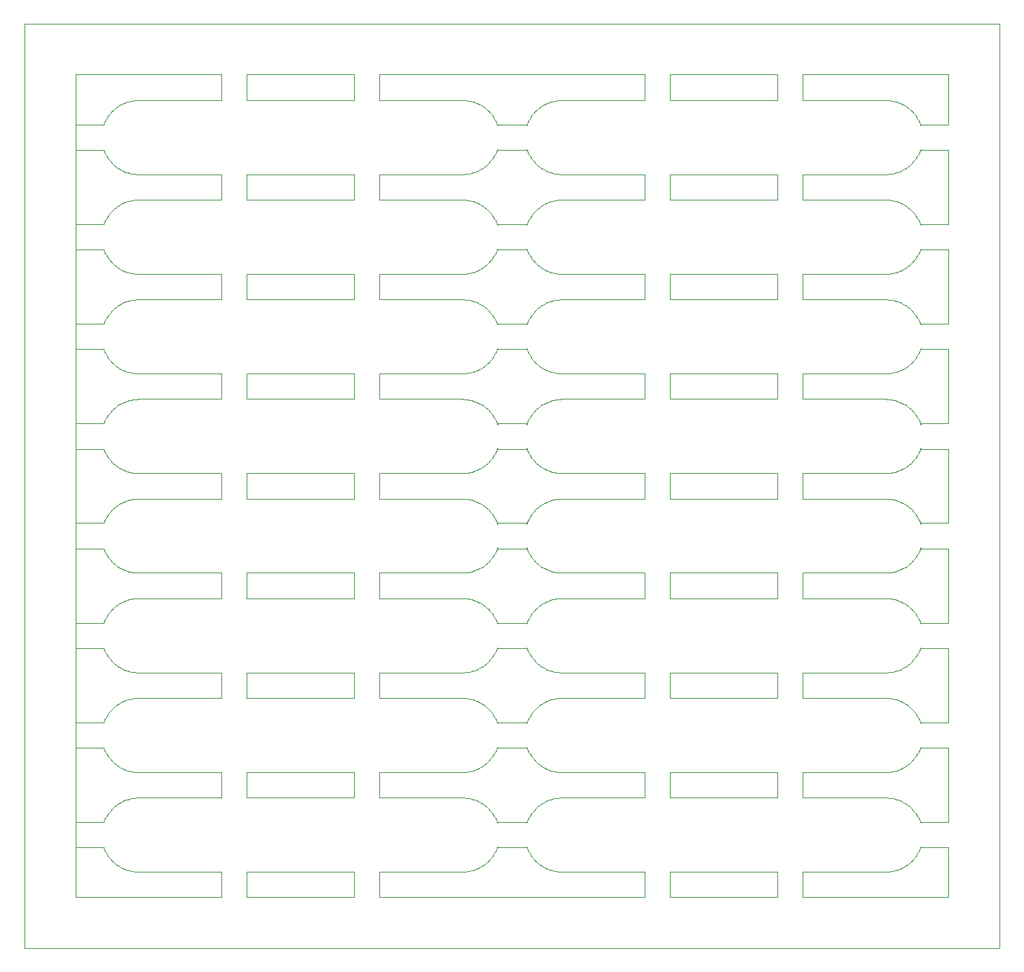
<source format=gm1>
%TF.GenerationSoftware,KiCad,Pcbnew,(6.0.5)*%
%TF.CreationDate,2022-06-15T20:47:15+08:00*%
%TF.ProjectId,panel,70616e65-6c2e-46b6-9963-61645f706362,rev?*%
%TF.SameCoordinates,Original*%
%TF.FileFunction,Profile,NP*%
%FSLAX46Y46*%
G04 Gerber Fmt 4.6, Leading zero omitted, Abs format (unit mm)*
G04 Created by KiCad (PCBNEW (6.0.5)) date 2022-06-15 20:47:15*
%MOMM*%
%LPD*%
G01*
G04 APERTURE LIST*
%TA.AperFunction,Profile*%
%ADD10C,0.100000*%
%TD*%
G04 APERTURE END LIST*
D10*
X24581437Y-77325000D02*
X24694535Y-77510076D01*
X116481768Y-70821616D02*
X116265477Y-70805407D01*
X69880578Y-49210715D02*
X69749614Y-49037819D01*
X25234627Y-60412669D02*
X25087099Y-60571666D01*
X69610196Y-89728333D02*
X69749614Y-89562180D01*
X70219590Y-26365483D02*
X70115858Y-26175000D01*
X24266868Y-38550000D02*
X21000000Y-38550000D01*
X103331530Y-104400000D02*
X103331530Y-105900000D01*
X70472131Y-53135416D02*
X70430427Y-53250000D01*
X119310196Y-72271666D02*
X119162668Y-72112669D01*
X68236042Y-79069214D02*
X68429052Y-78970263D01*
X106331530Y-44400000D02*
X116048648Y-44400000D01*
X73999347Y-96960766D02*
X73925164Y-97164583D01*
X87765765Y-44400000D02*
X87765765Y-47400000D01*
X77186712Y-56013750D02*
X77400314Y-56051414D01*
X75598205Y-24755861D02*
X75422098Y-24882473D01*
X26268243Y-94729736D02*
X26080404Y-94838184D01*
X116910583Y-70886249D02*
X116696981Y-70848585D01*
X70115858Y-112425000D02*
X70219590Y-112234516D01*
X26080404Y-106538184D02*
X25898205Y-106655861D01*
X27700314Y-47448585D02*
X27486712Y-47486249D01*
X53631530Y-59100000D02*
X41065765Y-59100000D01*
X87765765Y-102900000D02*
X87765765Y-105900000D01*
X27915527Y-105921616D02*
X27700314Y-105948585D01*
X74647681Y-107537819D02*
X74516717Y-107710715D01*
X118316891Y-43761815D02*
X118499090Y-43644138D01*
X26080404Y-24638184D02*
X25898205Y-24755861D01*
X26461253Y-114169214D02*
X26658956Y-114258421D01*
X25234627Y-113287330D02*
X25389896Y-113438775D01*
X117536435Y-59362337D02*
X117330833Y-59293258D01*
X119815858Y-84675000D02*
X119702760Y-84489923D01*
X68616891Y-48038184D02*
X68429052Y-47929736D01*
X27486712Y-79413750D02*
X27700314Y-79451414D01*
X68975197Y-106782473D02*
X68799090Y-106655861D01*
X119580578Y-60910715D02*
X119449614Y-60737819D01*
X27915527Y-82521616D02*
X27700314Y-82548585D01*
X25087099Y-78028333D02*
X25234627Y-78187330D01*
X68038339Y-24341578D02*
X67836435Y-24262337D01*
X119919590Y-100534516D02*
X120013698Y-100339098D01*
X21000000Y-26850000D02*
X21000000Y-29850000D01*
X119702760Y-61089923D02*
X119580578Y-60910715D01*
X25087099Y-72271666D02*
X24947681Y-72437819D01*
X119815858Y-100725000D02*
X119919590Y-100534516D01*
X27066462Y-59293258D02*
X26860860Y-59362337D01*
X68429052Y-47929736D02*
X68236042Y-47830785D01*
X69880578Y-84310715D02*
X69749614Y-84137819D01*
X67422042Y-102765486D02*
X67630833Y-102706741D01*
X76358956Y-106241578D02*
X76161253Y-106330785D01*
X119702760Y-77510076D02*
X119815858Y-77325000D01*
X25552521Y-90182293D02*
X25722098Y-90317526D01*
X119580578Y-96010715D02*
X119449614Y-95837819D01*
X74394535Y-54110076D02*
X74516717Y-54289284D01*
X118844774Y-55082293D02*
X119007399Y-54938775D01*
X73966868Y-73650000D02*
X70430427Y-73650000D01*
X129397295Y-15000000D02*
X15000000Y-15000000D01*
X68429052Y-36229736D02*
X68236042Y-36130785D01*
X69307399Y-25161224D02*
X69144774Y-25017706D01*
X74647681Y-37337819D02*
X74516717Y-37510715D01*
X117330833Y-59293258D02*
X117122042Y-59234513D01*
X74787099Y-60571666D02*
X74647681Y-60737819D01*
X27700314Y-56051414D02*
X27915527Y-56078383D01*
X118129052Y-114070263D02*
X118316891Y-113961815D01*
X69307399Y-43238775D02*
X69462668Y-43087330D01*
X68236042Y-82930785D02*
X68038339Y-82841578D01*
X68975197Y-43517526D02*
X69144774Y-43382293D01*
X76161253Y-55669214D02*
X76358956Y-55758421D01*
X74647681Y-60737819D02*
X74516717Y-60910715D01*
X28348648Y-59100000D02*
X28131818Y-59105407D01*
X74281437Y-53925000D02*
X74394535Y-54110076D01*
X56631530Y-67800000D02*
X66348648Y-67800000D01*
X76975253Y-106034513D02*
X76766462Y-106093258D01*
X78048648Y-102900000D02*
X87765765Y-102900000D01*
X119702760Y-100910076D02*
X119815858Y-100725000D01*
X117330833Y-24193258D02*
X117122042Y-24134513D01*
X25898205Y-24755861D02*
X25722098Y-24882473D01*
X38065765Y-102900000D02*
X38065765Y-105900000D01*
X69610196Y-25471666D02*
X69462668Y-25312669D01*
X75422098Y-43517526D02*
X75598205Y-43644138D01*
X118675197Y-31817526D02*
X118844774Y-31682293D01*
X67210583Y-35786249D02*
X66996981Y-35748585D01*
X25898205Y-106655861D02*
X25722098Y-106782473D01*
X67836435Y-102637662D02*
X68038339Y-102558421D01*
X68429052Y-43870263D02*
X68616891Y-43761815D01*
X73925164Y-73764583D02*
X73966868Y-73650000D01*
X68038339Y-59441578D02*
X67836435Y-59362337D01*
X26268243Y-59629736D02*
X26080404Y-59738184D01*
X24581437Y-49575000D02*
X24477705Y-49765483D01*
X25898205Y-78744138D02*
X26080404Y-78861815D01*
X70397948Y-50160766D02*
X70313698Y-49960901D01*
X24816717Y-107710715D02*
X24694535Y-107889923D01*
X76161253Y-102469214D02*
X76358956Y-102558421D01*
X53631530Y-44400000D02*
X53631530Y-47400000D01*
X119815858Y-26175000D02*
X119702760Y-25989923D01*
X118316891Y-24638184D02*
X118129052Y-24529736D01*
X68429052Y-55570263D02*
X68616891Y-55461815D01*
X24694535Y-100910076D02*
X24816717Y-101089284D01*
X66565477Y-94205407D02*
X66348648Y-94200000D01*
X24299347Y-88439233D02*
X24383597Y-88639098D01*
X74177705Y-100534516D02*
X74281437Y-100725000D01*
X123397295Y-38550000D02*
X120130427Y-38550000D01*
X116481768Y-44378383D02*
X116696981Y-44351414D01*
X56631530Y-44400000D02*
X66348648Y-44400000D01*
X27066462Y-35893258D02*
X26860860Y-35962337D01*
X26658956Y-90858421D02*
X26860860Y-90937662D01*
X27915527Y-32678383D02*
X28131818Y-32694592D01*
X78048648Y-59100000D02*
X77831818Y-59105407D01*
X69610196Y-72271666D02*
X69462668Y-72112669D01*
X75968243Y-47929736D02*
X75780404Y-48038184D01*
X76766462Y-82693258D02*
X76560860Y-82762337D01*
X119580578Y-101089284D02*
X119702760Y-100910076D01*
X120097948Y-61860766D02*
X120013698Y-61660901D01*
X119815858Y-65625000D02*
X119919590Y-65434516D01*
X118316891Y-94838184D02*
X118129052Y-94729736D01*
X69880578Y-25810715D02*
X69749614Y-25637819D01*
X75598205Y-55344138D02*
X75780404Y-55461815D01*
X118129052Y-90670263D02*
X118316891Y-90561815D01*
X70115858Y-89025000D02*
X70219590Y-88834516D01*
X66565477Y-70805407D02*
X66348648Y-70800000D01*
X75422098Y-78617526D02*
X75598205Y-78744138D01*
X75780404Y-113961815D02*
X75968243Y-114070263D01*
X90765765Y-117600000D02*
X90765765Y-114600000D01*
X117330833Y-106093258D02*
X117122042Y-106034513D01*
X74516717Y-25810715D02*
X74394535Y-25989923D01*
X119007399Y-83661224D02*
X118844774Y-83517706D01*
X74516717Y-30889284D02*
X74647681Y-31062180D01*
X116910583Y-32613750D02*
X117122042Y-32565486D01*
X24383597Y-76939098D02*
X24477705Y-77134516D01*
X25552521Y-66782293D02*
X25722098Y-66917526D01*
X74281437Y-42225000D02*
X74394535Y-42410076D01*
X73925164Y-76535416D02*
X73999347Y-76739233D01*
X118844774Y-78482293D02*
X119007399Y-78338775D01*
X73925164Y-99935416D02*
X73999347Y-100139233D01*
X119162668Y-95512669D02*
X119007399Y-95361224D01*
X25234627Y-95512669D02*
X25087099Y-95671666D01*
X76766462Y-114406741D02*
X76975253Y-114465486D01*
X53631530Y-35700000D02*
X41065765Y-35700000D01*
X103331530Y-70800000D02*
X90765765Y-70800000D01*
X74281437Y-108075000D02*
X74177705Y-108265483D01*
X68038339Y-82841578D02*
X67836435Y-82762337D01*
X123397295Y-73650000D02*
X120130427Y-73650000D01*
X73966868Y-88350000D02*
X73925164Y-88235416D01*
X26658956Y-67458421D02*
X26860860Y-67537662D01*
X77615527Y-59121616D02*
X77400314Y-59148585D01*
X70472131Y-26964583D02*
X70397948Y-26760766D01*
X75089896Y-78338775D02*
X75252521Y-78482293D01*
X116696981Y-114551414D02*
X116910583Y-114513750D01*
X120172131Y-53135416D02*
X120130427Y-53250000D01*
X24299347Y-100139233D02*
X24383597Y-100339098D01*
X76358956Y-32358421D02*
X76560860Y-32437662D01*
X24383597Y-88639098D02*
X24477705Y-88834516D01*
X74394535Y-25989923D02*
X74281437Y-26175000D01*
X67630833Y-94393258D02*
X67422042Y-94334513D01*
X106331530Y-102900000D02*
X116048648Y-102900000D01*
X27486712Y-56013750D02*
X27700314Y-56051414D01*
X118316891Y-78861815D02*
X118499090Y-78744138D01*
X66996981Y-91151414D02*
X67210583Y-91113750D01*
X24947681Y-37337819D02*
X24816717Y-37510715D01*
X76766462Y-35893258D02*
X76560860Y-35962337D01*
X73925164Y-108864583D02*
X73966868Y-108750000D01*
X66565477Y-114594592D02*
X66781768Y-114578383D01*
X73925164Y-111635416D02*
X73999347Y-111839233D01*
X26658956Y-36041578D02*
X26461253Y-36130785D01*
X26658956Y-24341578D02*
X26461253Y-24430785D01*
X90765765Y-79500000D02*
X103331530Y-79500000D01*
X87765765Y-117600000D02*
X56631530Y-117600000D01*
X25898205Y-31944138D02*
X26080404Y-32061815D01*
X53631530Y-32700000D02*
X53631530Y-35700000D01*
X76560860Y-102637662D02*
X76766462Y-102706741D01*
X27915527Y-114578383D02*
X28131818Y-114594592D01*
X118499090Y-43644138D02*
X118675197Y-43517526D01*
X116048648Y-70800000D02*
X106331530Y-70800000D01*
X24694535Y-61089923D02*
X24581437Y-61275000D01*
X74394535Y-89210076D02*
X74516717Y-89389284D01*
X69462668Y-25312669D02*
X69307399Y-25161224D01*
X38065765Y-117600000D02*
X21000000Y-117600000D01*
X75968243Y-114070263D02*
X76161253Y-114169214D01*
X76161253Y-114169214D02*
X76358956Y-114258421D01*
X119162668Y-113287330D02*
X119310196Y-113128333D01*
X77186712Y-105986249D02*
X76975253Y-106034513D01*
X76358956Y-59441578D02*
X76161253Y-59530785D01*
X26860860Y-79237662D02*
X27066462Y-79306741D01*
X116696981Y-91151414D02*
X116910583Y-91113750D01*
X70219590Y-112234516D02*
X70313698Y-112039098D01*
X103331530Y-117600000D02*
X90765765Y-117600000D01*
X66996981Y-35748585D02*
X66781768Y-35721616D01*
X76975253Y-32565486D02*
X77186712Y-32613750D01*
X118129052Y-24529736D02*
X117936042Y-24430785D01*
X116481768Y-24021616D02*
X116265477Y-24005407D01*
X70219590Y-96565483D02*
X70115858Y-96375000D01*
X70313698Y-49960901D02*
X70219590Y-49765483D01*
X69462668Y-107212669D02*
X69307399Y-107061224D01*
X67210583Y-44313750D02*
X67422042Y-44265486D01*
X67210583Y-59186249D02*
X66996981Y-59148585D01*
X87765765Y-21000000D02*
X87765765Y-24000000D01*
X117738339Y-106241578D02*
X117536435Y-106162337D01*
X69749614Y-77862180D02*
X69880578Y-77689284D01*
X119580578Y-54289284D02*
X119702760Y-54110076D01*
X24816717Y-60910715D02*
X24694535Y-61089923D01*
X117738339Y-44058421D02*
X117936042Y-43969214D01*
X24266868Y-100050000D02*
X24299347Y-100139233D01*
X69307399Y-83661224D02*
X69144774Y-83517706D01*
X24266868Y-108750000D02*
X21000000Y-108750000D01*
X53631530Y-24000000D02*
X41065765Y-24000000D01*
X73999347Y-26760766D02*
X73925164Y-26964583D01*
X25389896Y-83661224D02*
X25234627Y-83812669D01*
X69307399Y-66638775D02*
X69462668Y-66487330D01*
X26658956Y-55758421D02*
X26860860Y-55837662D01*
X69749614Y-60737819D02*
X69610196Y-60571666D01*
X24266868Y-53250000D02*
X24299347Y-53339233D01*
X24477705Y-73165483D02*
X24383597Y-73360901D01*
X70002760Y-84489923D02*
X69880578Y-84310715D01*
X106331530Y-67800000D02*
X116048648Y-67800000D01*
X119580578Y-107710715D02*
X119449614Y-107537819D01*
X74787099Y-66328333D02*
X74934627Y-66487330D01*
X119449614Y-84137819D02*
X119310196Y-83971666D01*
X68038339Y-67458421D02*
X68236042Y-67369214D01*
X66565477Y-47405407D02*
X66348648Y-47400000D01*
X41065765Y-47400000D02*
X41065765Y-44400000D01*
X67422042Y-114465486D02*
X67630833Y-114406741D01*
X117936042Y-82930785D02*
X117738339Y-82841578D01*
X119162668Y-37012669D02*
X119007399Y-36861224D01*
X119919590Y-96565483D02*
X119815858Y-96375000D01*
X106331530Y-82500000D02*
X106331530Y-79500000D01*
X123397295Y-85350000D02*
X120130427Y-85350000D01*
X69880578Y-101089284D02*
X70002760Y-100910076D01*
X66781768Y-102878383D02*
X66996981Y-102851414D01*
X69307399Y-71961224D02*
X69144774Y-71817706D01*
X70002760Y-77510076D02*
X70115858Y-77325000D01*
X26080404Y-102261815D02*
X26268243Y-102370263D01*
X120172131Y-38664583D02*
X120097948Y-38460766D01*
X119702760Y-112610076D02*
X119815858Y-112425000D01*
X27066462Y-79306741D02*
X27275253Y-79365486D01*
X76975253Y-91065486D02*
X77186712Y-91113750D01*
X25087099Y-42928333D02*
X25234627Y-43087330D01*
X120097948Y-65039233D02*
X120172131Y-64835416D01*
X118844774Y-31682293D02*
X119007399Y-31538775D01*
X116481768Y-56078383D02*
X116696981Y-56051414D01*
X73966868Y-53250000D02*
X73925164Y-53135416D01*
X117536435Y-35962337D02*
X117330833Y-35893258D01*
X66348648Y-94200000D02*
X56631530Y-94200000D01*
X118675197Y-71682473D02*
X118499090Y-71555861D01*
X26461253Y-82930785D02*
X26268243Y-83029736D01*
X70219590Y-100534516D02*
X70313698Y-100339098D01*
X75089896Y-107061224D02*
X74934627Y-107212669D01*
X69749614Y-112962180D02*
X69880578Y-112789284D01*
X66565477Y-79494592D02*
X66781768Y-79478383D01*
X26860860Y-35962337D02*
X26658956Y-36041578D01*
X24947681Y-95837819D02*
X24816717Y-96010715D01*
X28348648Y-24000000D02*
X28131818Y-24005407D01*
X116481768Y-35721616D02*
X116265477Y-35705407D01*
X77615527Y-70821616D02*
X77400314Y-70848585D01*
X117536435Y-47662337D02*
X117330833Y-47593258D01*
X27915527Y-59121616D02*
X27700314Y-59148585D01*
X90765765Y-102900000D02*
X103331530Y-102900000D01*
X70002760Y-89210076D02*
X70115858Y-89025000D01*
X119007399Y-60261224D02*
X118844774Y-60117706D01*
X119815858Y-53925000D02*
X119919590Y-53734516D01*
X116048648Y-94200000D02*
X106331530Y-94200000D01*
X74394535Y-30710076D02*
X74516717Y-30889284D01*
X75780404Y-71438184D02*
X75598205Y-71555861D01*
X24581437Y-84675000D02*
X24477705Y-84865483D01*
X68975197Y-78617526D02*
X69144774Y-78482293D01*
X66781768Y-44378383D02*
X66996981Y-44351414D01*
X75252521Y-36717706D02*
X75089896Y-36861224D01*
X41065765Y-35700000D02*
X41065765Y-32700000D01*
X118316891Y-59738184D02*
X118129052Y-59629736D01*
X26860860Y-82762337D02*
X26658956Y-82841578D01*
X24266868Y-85350000D02*
X21000000Y-85350000D01*
X77615527Y-91178383D02*
X77831818Y-91194592D01*
X117536435Y-90937662D02*
X117738339Y-90858421D01*
X38065765Y-35700000D02*
X28348648Y-35700000D01*
X75422098Y-83382473D02*
X75252521Y-83517706D01*
X103331530Y-105900000D02*
X90765765Y-105900000D01*
X69749614Y-101262180D02*
X69880578Y-101089284D01*
X26658956Y-106241578D02*
X26461253Y-106330785D01*
X73999347Y-50160766D02*
X73925164Y-50364583D01*
X56631530Y-24000000D02*
X56631530Y-21000000D01*
X27915527Y-35721616D02*
X27700314Y-35748585D01*
X24266868Y-61950000D02*
X21000000Y-61950000D01*
X27275253Y-35834513D02*
X27066462Y-35893258D01*
X116910583Y-35786249D02*
X116696981Y-35748585D01*
X76975253Y-47534513D02*
X76766462Y-47593258D01*
X74177705Y-53734516D02*
X74281437Y-53925000D01*
X24383597Y-38260901D02*
X24299347Y-38460766D01*
X120013698Y-88639098D02*
X120097948Y-88439233D01*
X117122042Y-55965486D02*
X117330833Y-55906741D01*
X25234627Y-31387330D02*
X25389896Y-31538775D01*
X118316891Y-67161815D02*
X118499090Y-67044138D01*
X25722098Y-102017526D02*
X25898205Y-102144138D01*
X75968243Y-94729736D02*
X75780404Y-94838184D01*
X67210583Y-79413750D02*
X67422042Y-79365486D01*
X69749614Y-25637819D02*
X69610196Y-25471666D01*
X118499090Y-31944138D02*
X118675197Y-31817526D01*
X66348648Y-47400000D02*
X56631530Y-47400000D01*
X74934627Y-89887330D02*
X75089896Y-90038775D01*
X68616891Y-59738184D02*
X68429052Y-59629736D01*
X117536435Y-79237662D02*
X117738339Y-79158421D01*
X69462668Y-101587330D02*
X69610196Y-101428333D01*
X26080404Y-90561815D02*
X26268243Y-90670263D01*
X69462668Y-72112669D02*
X69307399Y-71961224D01*
X116048648Y-105900000D02*
X106331530Y-105900000D01*
X117936042Y-102469214D02*
X118129052Y-102370263D01*
X53631530Y-104400000D02*
X53631530Y-105900000D01*
X119007399Y-78338775D02*
X119162668Y-78187330D01*
X75089896Y-31538775D02*
X75252521Y-31682293D01*
X28348648Y-44400000D02*
X38065765Y-44400000D01*
X69307399Y-48561224D02*
X69144774Y-48417706D01*
X118129052Y-71329736D02*
X117936042Y-71230785D01*
X27700314Y-44351414D02*
X27915527Y-44378383D01*
X66781768Y-24021616D02*
X66565477Y-24005407D01*
X26268243Y-90670263D02*
X26461253Y-90769214D01*
X70002760Y-49389923D02*
X69880578Y-49210715D01*
X25722098Y-55217526D02*
X25898205Y-55344138D01*
X118316891Y-71438184D02*
X118129052Y-71329736D01*
X117936042Y-71230785D02*
X117738339Y-71141578D01*
X66565477Y-59105407D02*
X66348648Y-59100000D01*
X120130427Y-50250000D02*
X120172131Y-50364583D01*
X38065765Y-79500000D02*
X38065765Y-82500000D01*
X77831818Y-94205407D02*
X77615527Y-94221616D01*
X117738339Y-47741578D02*
X117536435Y-47662337D01*
X24694535Y-89210076D02*
X24816717Y-89389284D01*
X68799090Y-48155861D02*
X68616891Y-48038184D01*
X74787099Y-95671666D02*
X74647681Y-95837819D01*
X103331530Y-44400000D02*
X103331530Y-47400000D01*
X24581437Y-108075000D02*
X24477705Y-108265483D01*
X77400314Y-105948585D02*
X77186712Y-105986249D01*
X120013698Y-26560901D02*
X119919590Y-26365483D01*
X119919590Y-53734516D02*
X120013698Y-53539098D01*
X69462668Y-95512669D02*
X69307399Y-95361224D01*
X76975253Y-35834513D02*
X76766462Y-35893258D01*
X24581437Y-96375000D02*
X24477705Y-96565483D01*
X75968243Y-55570263D02*
X76161253Y-55669214D01*
X67422042Y-55965486D02*
X67630833Y-55906741D01*
X90765765Y-44400000D02*
X103331530Y-44400000D01*
X25552521Y-43382293D02*
X25722098Y-43517526D01*
X25722098Y-106782473D02*
X25552521Y-106917706D01*
X73966868Y-108750000D02*
X70430427Y-108750000D01*
X67210583Y-82586249D02*
X66996981Y-82548585D01*
X28348648Y-32700000D02*
X38065765Y-32700000D01*
X69307399Y-54938775D02*
X69462668Y-54787330D01*
X87765765Y-59100000D02*
X78048648Y-59100000D01*
X41065765Y-21000000D02*
X53631530Y-21000000D01*
X26461253Y-102469214D02*
X26658956Y-102558421D01*
X41065765Y-59100000D02*
X41065765Y-56100000D01*
X27486712Y-35786249D02*
X27275253Y-35834513D01*
X74516717Y-112789284D02*
X74647681Y-112962180D01*
X69749614Y-95837819D02*
X69610196Y-95671666D01*
X120013698Y-61660901D02*
X119919590Y-61465483D01*
X76560860Y-82762337D02*
X76358956Y-82841578D01*
X106331530Y-56100000D02*
X116048648Y-56100000D01*
X73925164Y-50364583D02*
X73966868Y-50250000D01*
X27066462Y-94393258D02*
X26860860Y-94462337D01*
X68429052Y-83029736D02*
X68236042Y-82930785D01*
X119919590Y-112234516D02*
X120013698Y-112039098D01*
X118844774Y-36717706D02*
X118675197Y-36582473D01*
X87765765Y-70800000D02*
X78048648Y-70800000D01*
X106331530Y-24000000D02*
X106331530Y-21000000D01*
X27700314Y-94248585D02*
X27486712Y-94286249D01*
X74787099Y-78028333D02*
X74934627Y-78187330D01*
X119449614Y-54462180D02*
X119580578Y-54289284D01*
X27275253Y-114465486D02*
X27486712Y-114513750D01*
X68429052Y-94729736D02*
X68236042Y-94630785D01*
X27486712Y-94286249D02*
X27275253Y-94334513D01*
X25722098Y-59982473D02*
X25552521Y-60117706D01*
X78048648Y-79500000D02*
X87765765Y-79500000D01*
X74083597Y-26560901D02*
X73999347Y-26760766D01*
X70430427Y-73650000D02*
X70472131Y-73764583D01*
X119580578Y-25810715D02*
X119449614Y-25637819D01*
X77615527Y-32678383D02*
X77831818Y-32694592D01*
X25234627Y-43087330D02*
X25389896Y-43238775D01*
X68236042Y-67369214D02*
X68429052Y-67270263D01*
X70002760Y-112610076D02*
X70115858Y-112425000D01*
X116481768Y-67778383D02*
X116696981Y-67751414D01*
X76766462Y-32506741D02*
X76975253Y-32565486D01*
X120172131Y-85464583D02*
X120097948Y-85260766D01*
X67836435Y-44137662D02*
X68038339Y-44058421D01*
X75598205Y-59855861D02*
X75422098Y-59982473D01*
X66996981Y-44351414D02*
X67210583Y-44313750D01*
X77186712Y-59186249D02*
X76975253Y-59234513D01*
X129397295Y-123600000D02*
X129397295Y-15000000D01*
X76161253Y-71230785D02*
X75968243Y-71329736D01*
X119580578Y-89389284D02*
X119702760Y-89210076D01*
X27486712Y-70886249D02*
X27275253Y-70934513D01*
X74647681Y-31062180D02*
X74787099Y-31228333D01*
X68429052Y-67270263D02*
X68616891Y-67161815D01*
X117330833Y-82693258D02*
X117122042Y-82634513D01*
X75252521Y-48417706D02*
X75089896Y-48561224D01*
X66996981Y-79451414D02*
X67210583Y-79413750D01*
X68236042Y-55669214D02*
X68429052Y-55570263D01*
X68799090Y-102144138D02*
X68975197Y-102017526D01*
X27915527Y-56078383D02*
X28131818Y-56094592D01*
X25552521Y-83517706D02*
X25389896Y-83661224D01*
X119449614Y-31062180D02*
X119580578Y-30889284D01*
X119310196Y-31228333D02*
X119449614Y-31062180D01*
X76560860Y-55837662D02*
X76766462Y-55906741D01*
X24299347Y-108660766D02*
X24266868Y-108750000D01*
X116265477Y-44394592D02*
X116481768Y-44378383D01*
X26080404Y-36338184D02*
X25898205Y-36455861D01*
X90765765Y-67800000D02*
X103331530Y-67800000D01*
X74647681Y-42762180D02*
X74787099Y-42928333D01*
X117936042Y-59530785D02*
X117738339Y-59441578D01*
X26860860Y-55837662D02*
X27066462Y-55906741D01*
X68236042Y-47830785D02*
X68038339Y-47741578D01*
X119007399Y-66638775D02*
X119162668Y-66487330D01*
X74177705Y-112234516D02*
X74281437Y-112425000D01*
X77186712Y-47486249D02*
X76975253Y-47534513D01*
X119310196Y-60571666D02*
X119162668Y-60412669D01*
X27700314Y-67751414D02*
X27915527Y-67778383D01*
X24383597Y-96760901D02*
X24299347Y-96960766D01*
X27066462Y-32506741D02*
X27275253Y-32565486D01*
X28131818Y-70805407D02*
X27915527Y-70821616D01*
X117936042Y-32269214D02*
X118129052Y-32170263D01*
X24266868Y-29850000D02*
X24299347Y-29939233D01*
X74934627Y-37012669D02*
X74787099Y-37171666D01*
X69307399Y-60261224D02*
X69144774Y-60117706D01*
X118675197Y-36582473D02*
X118499090Y-36455861D01*
X74647681Y-25637819D02*
X74516717Y-25810715D01*
X24816717Y-101089284D02*
X24947681Y-101262180D01*
X70002760Y-96189923D02*
X69880578Y-96010715D01*
X120097948Y-73560766D02*
X120013698Y-73360901D01*
X116265477Y-59105407D02*
X116048648Y-59100000D01*
X24816717Y-42589284D02*
X24947681Y-42762180D01*
X67422042Y-44265486D02*
X67630833Y-44206741D01*
X68616891Y-90561815D02*
X68799090Y-90444138D01*
X87765765Y-67800000D02*
X87765765Y-70800000D01*
X78048648Y-67800000D02*
X87765765Y-67800000D01*
X68616891Y-32061815D02*
X68799090Y-31944138D01*
X90765765Y-21000000D02*
X103331530Y-21000000D01*
X68616891Y-78861815D02*
X68799090Y-78744138D01*
X28131818Y-47405407D02*
X27915527Y-47421616D01*
X118129052Y-78970263D02*
X118316891Y-78861815D01*
X77615527Y-67778383D02*
X77831818Y-67794592D01*
X119007399Y-43238775D02*
X119162668Y-43087330D01*
X24694535Y-37689923D02*
X24581437Y-37875000D01*
X119162668Y-101587330D02*
X119310196Y-101428333D01*
X76560860Y-35962337D02*
X76358956Y-36041578D01*
X119310196Y-78028333D02*
X119449614Y-77862180D01*
X75422098Y-36582473D02*
X75252521Y-36717706D01*
X119162668Y-72112669D02*
X119007399Y-71961224D01*
X76358956Y-90858421D02*
X76560860Y-90937662D01*
X119919590Y-26365483D02*
X119815858Y-26175000D01*
X24477705Y-30334516D02*
X24581437Y-30525000D01*
X26080404Y-83138184D02*
X25898205Y-83255861D01*
X67210583Y-56013750D02*
X67422042Y-55965486D01*
X24299347Y-111839233D02*
X24383597Y-112039098D01*
X24947681Y-89562180D02*
X25087099Y-89728333D01*
X70397948Y-111839233D02*
X70472131Y-111635416D01*
X69144774Y-31682293D02*
X69307399Y-31538775D01*
X117122042Y-79365486D02*
X117330833Y-79306741D01*
X76766462Y-59293258D02*
X76560860Y-59362337D01*
X123397295Y-53250000D02*
X123397295Y-61950000D01*
X38065765Y-105900000D02*
X28348648Y-105900000D01*
X75968243Y-106429736D02*
X75780404Y-106538184D01*
X26860860Y-102637662D02*
X27066462Y-102706741D01*
X67422042Y-35834513D02*
X67210583Y-35786249D01*
X73966868Y-100050000D02*
X73925164Y-99935416D01*
X70002760Y-54110076D02*
X70115858Y-53925000D01*
X77186712Y-82586249D02*
X76975253Y-82634513D01*
X120097948Y-96960766D02*
X120013698Y-96760901D01*
X116910583Y-24086249D02*
X116696981Y-24048585D01*
X24266868Y-64950000D02*
X24299347Y-65039233D01*
X70002760Y-65810076D02*
X70115858Y-65625000D01*
X123397295Y-100050000D02*
X123397295Y-108750000D01*
X68616891Y-113961815D02*
X68799090Y-113844138D01*
X70472131Y-97164583D02*
X70397948Y-96960766D01*
X28131818Y-114594592D02*
X28348648Y-114600000D01*
X74083597Y-100339098D02*
X74177705Y-100534516D01*
X120097948Y-108660766D02*
X120013698Y-108460901D01*
X25389896Y-107061224D02*
X25234627Y-107212669D01*
X119007399Y-90038775D02*
X119162668Y-89887330D01*
X74083597Y-38260901D02*
X73999347Y-38460766D01*
X118499090Y-94955861D02*
X118316891Y-94838184D01*
X117330833Y-55906741D02*
X117536435Y-55837662D01*
X26658956Y-114258421D02*
X26860860Y-114337662D01*
X76975253Y-55965486D02*
X77186712Y-56013750D01*
X70397948Y-29939233D02*
X70472131Y-29735416D01*
X25389896Y-113438775D02*
X25552521Y-113582293D01*
X118844774Y-25017706D02*
X118675197Y-24882473D01*
X25898205Y-71555861D02*
X25722098Y-71682473D01*
X75422098Y-113717526D02*
X75598205Y-113844138D01*
X74934627Y-54787330D02*
X75089896Y-54938775D01*
X69880578Y-42589284D02*
X70002760Y-42410076D01*
X68616891Y-102261815D02*
X68799090Y-102144138D01*
X25898205Y-59855861D02*
X25722098Y-59982473D01*
X117122042Y-106034513D02*
X116910583Y-105986249D01*
X119449614Y-95837819D02*
X119310196Y-95671666D01*
X118499090Y-36455861D02*
X118316891Y-36338184D01*
X77400314Y-94248585D02*
X77186712Y-94286249D01*
X69144774Y-90182293D02*
X69307399Y-90038775D01*
X69880578Y-77689284D02*
X70002760Y-77510076D01*
X74787099Y-101428333D02*
X74934627Y-101587330D01*
X68975197Y-24882473D02*
X68799090Y-24755861D01*
X106331530Y-91200000D02*
X116048648Y-91200000D01*
X119310196Y-66328333D02*
X119449614Y-66162180D01*
X76560860Y-79237662D02*
X76766462Y-79306741D01*
X77186712Y-79413750D02*
X77400314Y-79451414D01*
X119919590Y-42034516D02*
X120013698Y-41839098D01*
X118129052Y-55570263D02*
X118316891Y-55461815D01*
X77615527Y-24021616D02*
X77400314Y-24048585D01*
X76161253Y-59530785D02*
X75968243Y-59629736D01*
X25389896Y-60261224D02*
X25234627Y-60412669D01*
X106331530Y-21000000D02*
X123397295Y-21000000D01*
X78048648Y-114600000D02*
X87765765Y-114600000D01*
X119580578Y-49210715D02*
X119449614Y-49037819D01*
X118675197Y-83382473D02*
X118499090Y-83255861D01*
X27066462Y-70993258D02*
X26860860Y-71062337D01*
X118129052Y-102370263D02*
X118316891Y-102261815D01*
X25552521Y-101882293D02*
X25722098Y-102017526D01*
X118844774Y-48417706D02*
X118675197Y-48282473D01*
X25898205Y-48155861D02*
X25722098Y-48282473D01*
X116910583Y-67713750D02*
X117122042Y-67665486D01*
X66348648Y-114600000D02*
X66565477Y-114594592D01*
X74647681Y-101262180D02*
X74787099Y-101428333D01*
X77831818Y-79494592D02*
X78048648Y-79500000D01*
X116696981Y-47448585D02*
X116481768Y-47421616D01*
X67836435Y-71062337D02*
X67630833Y-70993258D01*
X73966868Y-41550000D02*
X73925164Y-41435416D01*
X24694535Y-30710076D02*
X24816717Y-30889284D01*
X75252521Y-106917706D02*
X75089896Y-107061224D01*
X117330833Y-70993258D02*
X117122042Y-70934513D01*
X67836435Y-47662337D02*
X67630833Y-47593258D01*
X25722098Y-24882473D02*
X25552521Y-25017706D01*
X117936042Y-114169214D02*
X118129052Y-114070263D01*
X21000000Y-108750000D02*
X21000000Y-111750000D01*
X118675197Y-48282473D02*
X118499090Y-48155861D01*
X24581437Y-100725000D02*
X24694535Y-100910076D01*
X76358956Y-94541578D02*
X76161253Y-94630785D01*
X69462668Y-83812669D02*
X69307399Y-83661224D01*
X74647681Y-54462180D02*
X74787099Y-54628333D01*
X117536435Y-102637662D02*
X117738339Y-102558421D01*
X26461253Y-71230785D02*
X26268243Y-71329736D01*
X78048648Y-94200000D02*
X77831818Y-94205407D01*
X70430427Y-108750000D02*
X70472131Y-108864583D01*
X24477705Y-88834516D02*
X24581437Y-89025000D01*
X38065765Y-91200000D02*
X38065765Y-94200000D01*
X69610196Y-42928333D02*
X69749614Y-42762180D01*
X120130427Y-41550000D02*
X123397295Y-41550000D01*
X68799090Y-43644138D02*
X68975197Y-43517526D01*
X67836435Y-114337662D02*
X68038339Y-114258421D01*
X75598205Y-36455861D02*
X75422098Y-36582473D01*
X76766462Y-106093258D02*
X76560860Y-106162337D01*
X119310196Y-83971666D02*
X119162668Y-83812669D01*
X119702760Y-107889923D02*
X119580578Y-107710715D01*
X70430427Y-53250000D02*
X73966868Y-53250000D01*
X116696981Y-79451414D02*
X116910583Y-79413750D01*
X24947681Y-77862180D02*
X25087099Y-78028333D01*
X25722098Y-78617526D02*
X25898205Y-78744138D01*
X116265477Y-67794592D02*
X116481768Y-67778383D01*
X116048648Y-32700000D02*
X116265477Y-32694592D01*
X56631530Y-32700000D02*
X66348648Y-32700000D01*
X75089896Y-36861224D02*
X74934627Y-37012669D01*
X69144774Y-66782293D02*
X69307399Y-66638775D01*
X77186712Y-70886249D02*
X76975253Y-70934513D01*
X24816717Y-54289284D02*
X24947681Y-54462180D01*
X68799090Y-55344138D02*
X68975197Y-55217526D01*
X116048648Y-82500000D02*
X106331530Y-82500000D01*
X25389896Y-101738775D02*
X25552521Y-101882293D01*
X25722098Y-48282473D02*
X25552521Y-48417706D01*
X75252521Y-71817706D02*
X75089896Y-71961224D01*
X26268243Y-36229736D02*
X26080404Y-36338184D01*
X76358956Y-67458421D02*
X76560860Y-67537662D01*
X117936042Y-67369214D02*
X118129052Y-67270263D01*
X119310196Y-37171666D02*
X119162668Y-37012669D01*
X74787099Y-37171666D02*
X74647681Y-37337819D01*
X76560860Y-71062337D02*
X76358956Y-71141578D01*
X74787099Y-113128333D02*
X74934627Y-113287330D01*
X24581437Y-26175000D02*
X24477705Y-26365483D01*
X26461253Y-59530785D02*
X26268243Y-59629736D01*
X76161253Y-36130785D02*
X75968243Y-36229736D01*
X76766462Y-55906741D02*
X76975253Y-55965486D01*
X27275253Y-55965486D02*
X27486712Y-56013750D01*
X25389896Y-78338775D02*
X25552521Y-78482293D01*
X119007399Y-107061224D02*
X118844774Y-106917706D01*
X117536435Y-106162337D02*
X117330833Y-106093258D01*
X66781768Y-70821616D02*
X66565477Y-70805407D01*
X117330833Y-35893258D02*
X117122042Y-35834513D01*
X117936042Y-43969214D02*
X118129052Y-43870263D01*
X68236042Y-90769214D02*
X68429052Y-90670263D01*
X69749614Y-66162180D02*
X69880578Y-65989284D01*
X41065765Y-44400000D02*
X53631530Y-44400000D01*
X27700314Y-24048585D02*
X27486712Y-24086249D01*
X24947681Y-25637819D02*
X24816717Y-25810715D01*
X53631530Y-91200000D02*
X53631530Y-94200000D01*
X69610196Y-83971666D02*
X69462668Y-83812669D01*
X68616891Y-36338184D02*
X68429052Y-36229736D01*
X117738339Y-59441578D02*
X117536435Y-59362337D01*
X117738339Y-36041578D02*
X117536435Y-35962337D01*
X77615527Y-47421616D02*
X77400314Y-47448585D01*
X25087099Y-66328333D02*
X25234627Y-66487330D01*
X68975197Y-71682473D02*
X68799090Y-71555861D01*
X120130427Y-61950000D02*
X120172131Y-62064583D01*
X116481768Y-105921616D02*
X116265477Y-105905407D01*
X120013698Y-38260901D02*
X119919590Y-38065483D01*
X25389896Y-66638775D02*
X25552521Y-66782293D01*
X77831818Y-114594592D02*
X78048648Y-114600000D01*
X53631530Y-79500000D02*
X53631530Y-82500000D01*
X106331530Y-47400000D02*
X106331530Y-44400000D01*
X116265477Y-91194592D02*
X116481768Y-91178383D01*
X120130427Y-38550000D02*
X120172131Y-38664583D01*
X90765765Y-114600000D02*
X103331530Y-114600000D01*
X78048648Y-91200000D02*
X87765765Y-91200000D01*
X25552521Y-95217706D02*
X25389896Y-95361224D01*
X76358956Y-55758421D02*
X76560860Y-55837662D01*
X74083597Y-108460901D02*
X73999347Y-108660766D01*
X69462668Y-48712669D02*
X69307399Y-48561224D01*
X75598205Y-83255861D02*
X75422098Y-83382473D01*
X119449614Y-60737819D02*
X119310196Y-60571666D01*
X117122042Y-102765486D02*
X117330833Y-102706741D01*
X120097948Y-50160766D02*
X120013698Y-49960901D01*
X120130427Y-108750000D02*
X120172131Y-108864583D01*
X123397295Y-41550000D02*
X123397295Y-50250000D01*
X25552521Y-48417706D02*
X25389896Y-48561224D01*
X67210583Y-91113750D02*
X67422042Y-91065486D01*
X117330833Y-102706741D02*
X117536435Y-102637662D01*
X117936042Y-79069214D02*
X118129052Y-78970263D01*
X120013698Y-65239098D02*
X120097948Y-65039233D01*
X66996981Y-70848585D02*
X66781768Y-70821616D01*
X77831818Y-44394592D02*
X78048648Y-44400000D01*
X66996981Y-47448585D02*
X66781768Y-47421616D01*
X27915527Y-67778383D02*
X28131818Y-67794592D01*
X68799090Y-113844138D02*
X68975197Y-113717526D01*
X75089896Y-60261224D02*
X74934627Y-60412669D01*
X119162668Y-54787330D02*
X119310196Y-54628333D01*
X74516717Y-60910715D02*
X74394535Y-61089923D01*
X25722098Y-113717526D02*
X25898205Y-113844138D01*
X75089896Y-54938775D02*
X75252521Y-55082293D01*
X69610196Y-54628333D02*
X69749614Y-54462180D01*
X67836435Y-32437662D02*
X68038339Y-32358421D01*
X119007399Y-113438775D02*
X119162668Y-113287330D01*
X120172131Y-88235416D02*
X120130427Y-88350000D01*
X77400314Y-59148585D02*
X77186712Y-59186249D01*
X118316891Y-48038184D02*
X118129052Y-47929736D01*
X118675197Y-95082473D02*
X118499090Y-94955861D01*
X73999347Y-111839233D02*
X74083597Y-112039098D01*
X26461253Y-67369214D02*
X26658956Y-67458421D01*
X106331530Y-79500000D02*
X116048648Y-79500000D01*
X76560860Y-59362337D02*
X76358956Y-59441578D01*
X74934627Y-83812669D02*
X74787099Y-83971666D01*
X24266868Y-88350000D02*
X24299347Y-88439233D01*
X24383597Y-26560901D02*
X24299347Y-26760766D01*
X75252521Y-101882293D02*
X75422098Y-102017526D01*
X118316891Y-113961815D02*
X118499090Y-113844138D01*
X24694535Y-42410076D02*
X24816717Y-42589284D01*
X74787099Y-48871666D02*
X74647681Y-49037819D01*
X75089896Y-113438775D02*
X75252521Y-113582293D01*
X24477705Y-42034516D02*
X24581437Y-42225000D01*
X21000000Y-29850000D02*
X24266868Y-29850000D01*
X68799090Y-71555861D02*
X68616891Y-71438184D01*
X67836435Y-35962337D02*
X67630833Y-35893258D01*
X117536435Y-24262337D02*
X117330833Y-24193258D01*
X69144774Y-25017706D02*
X68975197Y-24882473D01*
X69144774Y-48417706D02*
X68975197Y-48282473D01*
X119162668Y-25312669D02*
X119007399Y-25161224D01*
X25234627Y-107212669D02*
X25087099Y-107371666D01*
X73925164Y-62064583D02*
X73966868Y-61950000D01*
X116265477Y-79494592D02*
X116481768Y-79478383D01*
X75252521Y-60117706D02*
X75089896Y-60261224D01*
X74516717Y-49210715D02*
X74394535Y-49389923D01*
X24477705Y-100534516D02*
X24581437Y-100725000D01*
X117122042Y-70934513D02*
X116910583Y-70886249D01*
X27275253Y-47534513D02*
X27066462Y-47593258D01*
X70472131Y-111635416D02*
X70430427Y-111750000D01*
X73966868Y-29850000D02*
X73925164Y-29735416D01*
X118129052Y-47929736D02*
X117936042Y-47830785D01*
X119919590Y-84865483D02*
X119815858Y-84675000D01*
X21000000Y-73650000D02*
X21000000Y-76650000D01*
X21000000Y-111750000D02*
X24266868Y-111750000D01*
X76161253Y-79069214D02*
X76358956Y-79158421D01*
X118675197Y-59982473D02*
X118499090Y-59855861D01*
X116481768Y-47421616D02*
X116265477Y-47405407D01*
X66996981Y-105948585D02*
X66781768Y-105921616D01*
X41065765Y-114600000D02*
X53631530Y-114600000D01*
X21000000Y-97050000D02*
X21000000Y-100050000D01*
X75422098Y-48282473D02*
X75252521Y-48417706D01*
X27066462Y-106093258D02*
X26860860Y-106162337D01*
X74394535Y-77510076D02*
X74516717Y-77689284D01*
X119815858Y-96375000D02*
X119702760Y-96189923D01*
X68038339Y-55758421D02*
X68236042Y-55669214D01*
X25722098Y-83382473D02*
X25552521Y-83517706D01*
X119919590Y-30334516D02*
X120013698Y-30139098D01*
X41065765Y-79500000D02*
X53631530Y-79500000D01*
X74394535Y-49389923D02*
X74281437Y-49575000D01*
X74516717Y-37510715D02*
X74394535Y-37689923D01*
X78048648Y-24000000D02*
X77831818Y-24005407D01*
X119162668Y-107212669D02*
X119007399Y-107061224D01*
X26080404Y-113961815D02*
X26268243Y-114070263D01*
X74934627Y-66487330D02*
X75089896Y-66638775D01*
X74083597Y-30139098D02*
X74177705Y-30334516D01*
X26461253Y-79069214D02*
X26658956Y-79158421D01*
X27915527Y-44378383D02*
X28131818Y-44394592D01*
X68975197Y-102017526D02*
X69144774Y-101882293D01*
X120013698Y-30139098D02*
X120097948Y-29939233D01*
X74934627Y-31387330D02*
X75089896Y-31538775D01*
X56631530Y-79500000D02*
X66348648Y-79500000D01*
X26080404Y-43761815D02*
X26268243Y-43870263D01*
X118499090Y-113844138D02*
X118675197Y-113717526D01*
X68429052Y-114070263D02*
X68616891Y-113961815D01*
X70472131Y-85464583D02*
X70397948Y-85260766D01*
X74934627Y-78187330D02*
X75089896Y-78338775D01*
X117122042Y-91065486D02*
X117330833Y-91006741D01*
X119449614Y-25637819D02*
X119310196Y-25471666D01*
X70219590Y-73165483D02*
X70115858Y-72975000D01*
X119007399Y-71961224D02*
X118844774Y-71817706D01*
X103331530Y-47400000D02*
X90765765Y-47400000D01*
X76766462Y-24193258D02*
X76560860Y-24262337D01*
X73999347Y-29939233D02*
X74083597Y-30139098D01*
X27915527Y-24021616D02*
X27700314Y-24048585D01*
X67836435Y-94462337D02*
X67630833Y-94393258D01*
X25389896Y-48561224D02*
X25234627Y-48712669D01*
X66996981Y-32651414D02*
X67210583Y-32613750D01*
X70397948Y-96960766D02*
X70313698Y-96760901D01*
X116696981Y-24048585D02*
X116481768Y-24021616D01*
X103331530Y-94200000D02*
X90765765Y-94200000D01*
X24383597Y-53539098D02*
X24477705Y-53734516D01*
X75598205Y-113844138D02*
X75780404Y-113961815D01*
X76161253Y-43969214D02*
X76358956Y-44058421D01*
X103331530Y-91200000D02*
X103331530Y-94200000D01*
X76358956Y-102558421D02*
X76560860Y-102637662D01*
X120130427Y-64950000D02*
X123397295Y-64950000D01*
X118675197Y-106782473D02*
X118499090Y-106655861D01*
X117738339Y-102558421D02*
X117936042Y-102469214D01*
X70313698Y-26560901D02*
X70219590Y-26365483D01*
X67210583Y-70886249D02*
X66996981Y-70848585D01*
X120172131Y-111635416D02*
X120130427Y-111750000D01*
X68799090Y-90444138D02*
X68975197Y-90317526D01*
X73999347Y-85260766D02*
X73925164Y-85464583D01*
X117536435Y-55837662D02*
X117738339Y-55758421D01*
X74516717Y-107710715D02*
X74394535Y-107889923D01*
X70002760Y-100910076D02*
X70115858Y-100725000D01*
X53631530Y-102900000D02*
X53631530Y-104400000D01*
X77186712Y-91113750D02*
X77400314Y-91151414D01*
X70430427Y-100050000D02*
X73966868Y-100050000D01*
X120097948Y-38460766D02*
X120013698Y-38260901D01*
X75780404Y-67161815D02*
X75968243Y-67270263D01*
X24266868Y-97050000D02*
X21000000Y-97050000D01*
X76161253Y-94630785D02*
X75968243Y-94729736D01*
X119580578Y-112789284D02*
X119702760Y-112610076D01*
X75968243Y-36229736D02*
X75780404Y-36338184D01*
X70219590Y-42034516D02*
X70313698Y-41839098D01*
X119702760Y-30710076D02*
X119815858Y-30525000D01*
X68975197Y-95082473D02*
X68799090Y-94955861D01*
X77615527Y-105921616D02*
X77400314Y-105948585D01*
X68429052Y-32170263D02*
X68616891Y-32061815D01*
X70002760Y-61089923D02*
X69880578Y-60910715D01*
X106331530Y-35700000D02*
X106331530Y-32700000D01*
X74177705Y-26365483D02*
X74083597Y-26560901D01*
X74647681Y-49037819D02*
X74516717Y-49210715D01*
X116696981Y-56051414D02*
X116910583Y-56013750D01*
X28131818Y-35705407D02*
X27915527Y-35721616D01*
X74787099Y-107371666D02*
X74647681Y-107537819D01*
X77400314Y-47448585D02*
X77186712Y-47486249D01*
X24383597Y-65239098D02*
X24477705Y-65434516D01*
X70002760Y-25989923D02*
X69880578Y-25810715D01*
X77615527Y-82521616D02*
X77400314Y-82548585D01*
X116696981Y-102851414D02*
X116910583Y-102813750D01*
X27486712Y-59186249D02*
X27275253Y-59234513D01*
X120097948Y-85260766D02*
X120013698Y-85060901D01*
X66781768Y-94221616D02*
X66565477Y-94205407D01*
X123397295Y-88350000D02*
X123397295Y-97050000D01*
X119919590Y-38065483D02*
X119815858Y-37875000D01*
X118129052Y-36229736D02*
X117936042Y-36130785D01*
X75598205Y-48155861D02*
X75422098Y-48282473D01*
X67836435Y-59362337D02*
X67630833Y-59293258D01*
X76975253Y-70934513D02*
X76766462Y-70993258D01*
X28348648Y-79500000D02*
X38065765Y-79500000D01*
X90765765Y-56100000D02*
X103331530Y-56100000D01*
X27275253Y-94334513D02*
X27066462Y-94393258D01*
X74787099Y-42928333D02*
X74934627Y-43087330D01*
X106331530Y-32700000D02*
X116048648Y-32700000D01*
X117738339Y-71141578D02*
X117536435Y-71062337D01*
X77831818Y-91194592D02*
X78048648Y-91200000D01*
X24383597Y-108460901D02*
X24299347Y-108660766D01*
X74787099Y-72271666D02*
X74647681Y-72437819D01*
X27700314Y-35748585D02*
X27486712Y-35786249D01*
X24816717Y-77689284D02*
X24947681Y-77862180D01*
X74083597Y-41839098D02*
X74177705Y-42034516D01*
X75780404Y-24638184D02*
X75598205Y-24755861D01*
X70219590Y-77134516D02*
X70313698Y-76939098D01*
X67630833Y-44206741D02*
X67836435Y-44137662D01*
X25234627Y-25312669D02*
X25087099Y-25471666D01*
X70397948Y-41639233D02*
X70472131Y-41435416D01*
X28348648Y-82500000D02*
X28131818Y-82505407D01*
X24816717Y-96010715D02*
X24694535Y-96189923D01*
X116048648Y-44400000D02*
X116265477Y-44394592D01*
X70313698Y-53539098D02*
X70397948Y-53339233D01*
X118129052Y-32170263D02*
X118316891Y-32061815D01*
X116048648Y-47400000D02*
X106331530Y-47400000D01*
X119815858Y-37875000D02*
X119702760Y-37689923D01*
X87765765Y-47400000D02*
X78048648Y-47400000D01*
X70472131Y-50364583D02*
X70397948Y-50160766D01*
X119815858Y-112425000D02*
X119919590Y-112234516D01*
X118499090Y-48155861D02*
X118316891Y-48038184D01*
X26860860Y-24262337D02*
X26658956Y-24341578D01*
X26860860Y-106162337D02*
X26658956Y-106241578D01*
X119580578Y-37510715D02*
X119449614Y-37337819D01*
X74934627Y-95512669D02*
X74787099Y-95671666D01*
X118316891Y-83138184D02*
X118129052Y-83029736D01*
X75252521Y-113582293D02*
X75422098Y-113717526D01*
X118316891Y-36338184D02*
X118129052Y-36229736D01*
X74177705Y-61465483D02*
X74083597Y-61660901D01*
X74787099Y-31228333D02*
X74934627Y-31387330D01*
X76358956Y-44058421D02*
X76560860Y-44137662D01*
X66348648Y-32700000D02*
X66565477Y-32694592D01*
X25389896Y-95361224D02*
X25234627Y-95512669D01*
X25234627Y-37012669D02*
X25087099Y-37171666D01*
X66565477Y-24005407D02*
X66348648Y-24000000D01*
X67630833Y-59293258D02*
X67422042Y-59234513D01*
X73925164Y-97164583D02*
X73966868Y-97050000D01*
X53631530Y-21000000D02*
X53631530Y-24000000D01*
X78048648Y-56100000D02*
X87765765Y-56100000D01*
X28348648Y-47400000D02*
X28131818Y-47405407D01*
X77831818Y-35705407D02*
X77615527Y-35721616D01*
X117936042Y-55669214D02*
X118129052Y-55570263D01*
X119702760Y-72789923D02*
X119580578Y-72610715D01*
X69144774Y-43382293D02*
X69307399Y-43238775D01*
X119919590Y-88834516D02*
X120013698Y-88639098D01*
X75422098Y-66917526D02*
X75598205Y-67044138D01*
X77400314Y-70848585D02*
X77186712Y-70886249D01*
X25898205Y-113844138D02*
X26080404Y-113961815D01*
X77615527Y-114578383D02*
X77831818Y-114594592D01*
X70313698Y-61660901D02*
X70219590Y-61465483D01*
X120130427Y-29850000D02*
X123397295Y-29850000D01*
X75780404Y-94838184D02*
X75598205Y-94955861D01*
X119702760Y-65810076D02*
X119815858Y-65625000D01*
X77400314Y-67751414D02*
X77615527Y-67778383D01*
X27700314Y-32651414D02*
X27915527Y-32678383D01*
X76975253Y-94334513D02*
X76766462Y-94393258D01*
X116265477Y-56094592D02*
X116481768Y-56078383D01*
X119449614Y-66162180D02*
X119580578Y-65989284D01*
X116910583Y-102813750D02*
X117122042Y-102765486D01*
X24266868Y-26850000D02*
X21000000Y-26850000D01*
X73925164Y-41435416D02*
X73999347Y-41639233D01*
X119007399Y-48561224D02*
X118844774Y-48417706D01*
X117738339Y-67458421D02*
X117936042Y-67369214D01*
X69144774Y-106917706D02*
X68975197Y-106782473D01*
X75598205Y-90444138D02*
X75780404Y-90561815D01*
X75780404Y-106538184D02*
X75598205Y-106655861D01*
X24383597Y-100339098D02*
X24477705Y-100534516D01*
X119007399Y-95361224D02*
X118844774Y-95217706D01*
X66996981Y-114551414D02*
X67210583Y-114513750D01*
X76358956Y-82841578D02*
X76161253Y-82930785D01*
X70430427Y-85350000D02*
X70472131Y-85464583D01*
X90765765Y-59100000D02*
X90765765Y-56100000D01*
X73999347Y-76739233D02*
X74083597Y-76939098D01*
X24266868Y-73650000D02*
X21000000Y-73650000D01*
X75252521Y-25017706D02*
X75089896Y-25161224D01*
X74516717Y-77689284D02*
X74647681Y-77862180D01*
X56631530Y-117600000D02*
X56631530Y-114600000D01*
X24947681Y-84137819D02*
X24816717Y-84310715D01*
X25087099Y-54628333D02*
X25234627Y-54787330D01*
X116696981Y-82548585D02*
X116481768Y-82521616D01*
X74516717Y-96010715D02*
X74394535Y-96189923D01*
X27275253Y-106034513D02*
X27066462Y-106093258D01*
X68236042Y-106330785D02*
X68038339Y-106241578D01*
X24383597Y-73360901D02*
X24299347Y-73560766D01*
X67210583Y-47486249D02*
X66996981Y-47448585D01*
X73999347Y-41639233D02*
X74083597Y-41839098D01*
X73999347Y-38460766D02*
X73925164Y-38664583D01*
X75422098Y-90317526D02*
X75598205Y-90444138D01*
X106331530Y-105900000D02*
X106331530Y-102900000D01*
X103331530Y-21000000D02*
X103331530Y-24000000D01*
X117936042Y-90769214D02*
X118129052Y-90670263D01*
X75598205Y-102144138D02*
X75780404Y-102261815D01*
X69749614Y-31062180D02*
X69880578Y-30889284D01*
X68429052Y-90670263D02*
X68616891Y-90561815D01*
X77400314Y-32651414D02*
X77615527Y-32678383D01*
X118129052Y-83029736D02*
X117936042Y-82930785D01*
X68429052Y-102370263D02*
X68616891Y-102261815D01*
X74516717Y-54289284D02*
X74647681Y-54462180D01*
X75968243Y-102370263D02*
X76161253Y-102469214D01*
X75422098Y-106782473D02*
X75252521Y-106917706D01*
X26461253Y-36130785D02*
X26268243Y-36229736D01*
X70472131Y-62064583D02*
X70397948Y-61860766D01*
X68236042Y-114169214D02*
X68429052Y-114070263D01*
X26461253Y-55669214D02*
X26658956Y-55758421D01*
X24266868Y-111750000D02*
X24299347Y-111839233D01*
X87765765Y-32700000D02*
X87765765Y-35700000D01*
X25234627Y-54787330D02*
X25389896Y-54938775D01*
X69610196Y-31228333D02*
X69749614Y-31062180D01*
X53631530Y-47400000D02*
X41065765Y-47400000D01*
X67630833Y-47593258D02*
X67422042Y-47534513D01*
X41065765Y-67800000D02*
X53631530Y-67800000D01*
X24299347Y-65039233D02*
X24383597Y-65239098D01*
X119815858Y-72975000D02*
X119702760Y-72789923D01*
X27275253Y-67665486D02*
X27486712Y-67713750D01*
X27275253Y-32565486D02*
X27486712Y-32613750D01*
X27275253Y-102765486D02*
X27486712Y-102813750D01*
X24383597Y-49960901D02*
X24299347Y-50160766D01*
X69610196Y-37171666D02*
X69462668Y-37012669D01*
X77400314Y-24048585D02*
X77186712Y-24086249D01*
X70115858Y-42225000D02*
X70219590Y-42034516D01*
X21000000Y-100050000D02*
X24266868Y-100050000D01*
X69749614Y-72437819D02*
X69610196Y-72271666D01*
X119815858Y-61275000D02*
X119702760Y-61089923D01*
X76560860Y-90937662D02*
X76766462Y-91006741D01*
X73999347Y-88439233D02*
X74083597Y-88639098D01*
X118675197Y-90317526D02*
X118844774Y-90182293D01*
X28131818Y-44394592D02*
X28348648Y-44400000D01*
X76975253Y-59234513D02*
X76766462Y-59293258D01*
X67630833Y-70993258D02*
X67422042Y-70934513D01*
X73966868Y-85350000D02*
X70430427Y-85350000D01*
X27915527Y-70821616D02*
X27700314Y-70848585D01*
X27700314Y-105948585D02*
X27486712Y-105986249D01*
X120013698Y-76939098D02*
X120097948Y-76739233D01*
X38065765Y-67800000D02*
X38065765Y-70800000D01*
X24694535Y-49389923D02*
X24581437Y-49575000D01*
X70313698Y-30139098D02*
X70397948Y-29939233D01*
X26080404Y-32061815D02*
X26268243Y-32170263D01*
X119919590Y-61465483D02*
X119815858Y-61275000D01*
X70313698Y-88639098D02*
X70397948Y-88439233D01*
X67210583Y-32613750D02*
X67422042Y-32565486D01*
X25087099Y-48871666D02*
X24947681Y-49037819D01*
X76161253Y-47830785D02*
X75968243Y-47929736D01*
X68799090Y-24755861D02*
X68616891Y-24638184D01*
X78048648Y-105900000D02*
X77831818Y-105905407D01*
X74394535Y-72789923D02*
X74281437Y-72975000D01*
X119702760Y-42410076D02*
X119815858Y-42225000D01*
X74934627Y-72112669D02*
X74787099Y-72271666D01*
X38065765Y-56100000D02*
X38065765Y-59100000D01*
X26658956Y-94541578D02*
X26461253Y-94630785D01*
X120172131Y-41435416D02*
X120130427Y-41550000D01*
X68799090Y-106655861D02*
X68616891Y-106538184D01*
X103331530Y-114600000D02*
X103331530Y-117600000D01*
X69462668Y-31387330D02*
X69610196Y-31228333D01*
X27915527Y-47421616D02*
X27700314Y-47448585D01*
X74787099Y-25471666D02*
X74647681Y-25637819D01*
X66781768Y-82521616D02*
X66565477Y-82505407D01*
X77831818Y-105905407D02*
X77615527Y-105921616D01*
X123397295Y-117600000D02*
X106331530Y-117600000D01*
X21000000Y-21000000D02*
X38065765Y-21000000D01*
X74177705Y-38065483D02*
X74083597Y-38260901D01*
X73999347Y-73560766D02*
X73925164Y-73764583D01*
X24581437Y-37875000D02*
X24477705Y-38065483D01*
X74516717Y-84310715D02*
X74394535Y-84489923D01*
X26461253Y-24430785D02*
X26268243Y-24529736D01*
X69880578Y-112789284D02*
X70002760Y-112610076D01*
X75780404Y-48038184D02*
X75598205Y-48155861D01*
X25552521Y-31682293D02*
X25722098Y-31817526D01*
X118499090Y-24755861D02*
X118316891Y-24638184D01*
X69144774Y-113582293D02*
X69307399Y-113438775D01*
X66781768Y-47421616D02*
X66565477Y-47405407D01*
X90765765Y-105900000D02*
X90765765Y-102900000D01*
X68799090Y-31944138D02*
X68975197Y-31817526D01*
X103331530Y-24000000D02*
X90765765Y-24000000D01*
X68616891Y-94838184D02*
X68429052Y-94729736D01*
X75422098Y-95082473D02*
X75252521Y-95217706D01*
X66348648Y-82500000D02*
X56631530Y-82500000D01*
X118316891Y-55461815D02*
X118499090Y-55344138D01*
X73966868Y-26850000D02*
X70430427Y-26850000D01*
X67422042Y-82634513D02*
X67210583Y-82586249D01*
X70002760Y-37689923D02*
X69880578Y-37510715D01*
X74394535Y-65810076D02*
X74516717Y-65989284D01*
X119310196Y-107371666D02*
X119162668Y-107212669D01*
X75089896Y-83661224D02*
X74934627Y-83812669D01*
X69144774Y-36717706D02*
X68975197Y-36582473D01*
X27066462Y-24193258D02*
X26860860Y-24262337D01*
X66781768Y-32678383D02*
X66996981Y-32651414D01*
X25389896Y-90038775D02*
X25552521Y-90182293D01*
X73925164Y-88235416D02*
X73999347Y-88439233D01*
X68975197Y-83382473D02*
X68799090Y-83255861D01*
X74177705Y-73165483D02*
X74083597Y-73360901D01*
X118129052Y-59629736D02*
X117936042Y-59530785D01*
X66565477Y-35705407D02*
X66348648Y-35700000D01*
X73999347Y-100139233D02*
X74083597Y-100339098D01*
X120172131Y-64835416D02*
X120130427Y-64950000D01*
X77831818Y-67794592D02*
X78048648Y-67800000D01*
X77186712Y-102813750D02*
X77400314Y-102851414D01*
X74934627Y-25312669D02*
X74787099Y-25471666D01*
X56631530Y-114600000D02*
X66348648Y-114600000D01*
X56631530Y-35700000D02*
X56631530Y-32700000D01*
X116048648Y-56100000D02*
X116265477Y-56094592D01*
X77400314Y-79451414D02*
X77615527Y-79478383D01*
X70397948Y-88439233D02*
X70472131Y-88235416D01*
X67630833Y-114406741D02*
X67836435Y-114337662D01*
X119702760Y-25989923D02*
X119580578Y-25810715D01*
X117738339Y-82841578D02*
X117536435Y-82762337D01*
X120172131Y-97164583D02*
X120097948Y-96960766D01*
X103331530Y-79500000D02*
X103331530Y-82500000D01*
X26658956Y-82841578D02*
X26461253Y-82930785D01*
X70472131Y-29735416D02*
X70430427Y-29850000D01*
X21000000Y-41550000D02*
X24266868Y-41550000D01*
X119919590Y-108265483D02*
X119815858Y-108075000D01*
X67630833Y-82693258D02*
X67422042Y-82634513D01*
X73966868Y-38550000D02*
X70430427Y-38550000D01*
X74394535Y-100910076D02*
X74516717Y-101089284D01*
X27275253Y-82634513D02*
X27066462Y-82693258D01*
X116910583Y-79413750D02*
X117122042Y-79365486D01*
X67422042Y-94334513D02*
X67210583Y-94286249D01*
X70115858Y-100725000D02*
X70219590Y-100534516D01*
X75598205Y-94955861D02*
X75422098Y-95082473D01*
X119815858Y-49575000D02*
X119702760Y-49389923D01*
X24947681Y-31062180D02*
X25087099Y-31228333D01*
X69749614Y-37337819D02*
X69610196Y-37171666D01*
X73999347Y-61860766D02*
X73925164Y-62064583D01*
X70430427Y-50250000D02*
X70472131Y-50364583D01*
X77186712Y-67713750D02*
X77400314Y-67751414D01*
X56631530Y-21000000D02*
X87765765Y-21000000D01*
X24816717Y-72610715D02*
X24694535Y-72789923D01*
X70472131Y-38664583D02*
X70397948Y-38460766D01*
X66565477Y-102894592D02*
X66781768Y-102878383D01*
X76975253Y-79365486D02*
X77186712Y-79413750D01*
X75252521Y-66782293D02*
X75422098Y-66917526D01*
X76358956Y-114258421D02*
X76560860Y-114337662D01*
X74394535Y-61089923D02*
X74281437Y-61275000D01*
X25234627Y-78187330D02*
X25389896Y-78338775D01*
X75598205Y-78744138D02*
X75780404Y-78861815D01*
X24477705Y-53734516D02*
X24581437Y-53925000D01*
X77186712Y-32613750D02*
X77400314Y-32651414D01*
X77186712Y-24086249D02*
X76975253Y-24134513D01*
X25722098Y-90317526D02*
X25898205Y-90444138D01*
X66565477Y-105905407D02*
X66348648Y-105900000D01*
X68975197Y-113717526D02*
X69144774Y-113582293D01*
X70397948Y-61860766D02*
X70313698Y-61660901D01*
X25898205Y-94955861D02*
X25722098Y-95082473D01*
X119919590Y-77134516D02*
X120013698Y-76939098D01*
X74787099Y-83971666D02*
X74647681Y-84137819D01*
X103331530Y-102900000D02*
X103331530Y-104400000D01*
X26461253Y-90769214D02*
X26658956Y-90858421D01*
X120097948Y-41639233D02*
X120172131Y-41435416D01*
X53631530Y-70800000D02*
X41065765Y-70800000D01*
X28131818Y-67794592D02*
X28348648Y-67800000D01*
X74516717Y-89389284D02*
X74647681Y-89562180D01*
X123397295Y-97050000D02*
X120130427Y-97050000D01*
X117122042Y-94334513D02*
X116910583Y-94286249D01*
X75780404Y-78861815D02*
X75968243Y-78970263D01*
X68038339Y-114258421D02*
X68236042Y-114169214D01*
X24694535Y-54110076D02*
X24816717Y-54289284D01*
X74516717Y-72610715D02*
X74394535Y-72789923D01*
X70115858Y-26175000D02*
X70002760Y-25989923D01*
X74934627Y-43087330D02*
X75089896Y-43238775D01*
X28348648Y-70800000D02*
X28131818Y-70805407D01*
X69307399Y-95361224D02*
X69144774Y-95217706D01*
X68616891Y-71438184D02*
X68429052Y-71329736D01*
X70115858Y-65625000D02*
X70219590Y-65434516D01*
X70313698Y-112039098D02*
X70397948Y-111839233D01*
X15000000Y-15000000D02*
X15000000Y-123600000D01*
X74083597Y-88639098D02*
X74177705Y-88834516D01*
X77186712Y-35786249D02*
X76975253Y-35834513D01*
X70115858Y-77325000D02*
X70219590Y-77134516D01*
X66996981Y-82548585D02*
X66781768Y-82521616D01*
X119919590Y-65434516D02*
X120013698Y-65239098D01*
X117122042Y-24134513D02*
X116910583Y-24086249D01*
X74177705Y-108265483D02*
X74083597Y-108460901D01*
X119449614Y-37337819D02*
X119310196Y-37171666D01*
X25087099Y-37171666D02*
X24947681Y-37337819D01*
X116696981Y-59148585D02*
X116481768Y-59121616D01*
X27700314Y-114551414D02*
X27915527Y-114578383D01*
X25722098Y-66917526D02*
X25898205Y-67044138D01*
X68236042Y-43969214D02*
X68429052Y-43870263D01*
X70313698Y-100339098D02*
X70397948Y-100139233D01*
X116481768Y-91178383D02*
X116696981Y-91151414D01*
X70430427Y-26850000D02*
X70472131Y-26964583D01*
X25552521Y-55082293D02*
X25722098Y-55217526D01*
X70219590Y-84865483D02*
X70115858Y-84675000D01*
X118316891Y-102261815D02*
X118499090Y-102144138D01*
X26268243Y-106429736D02*
X26080404Y-106538184D01*
X116481768Y-94221616D02*
X116265477Y-94205407D01*
X24266868Y-41550000D02*
X24299347Y-41639233D01*
X119919590Y-49765483D02*
X119815858Y-49575000D01*
X69610196Y-101428333D02*
X69749614Y-101262180D01*
X24581437Y-112425000D02*
X24694535Y-112610076D01*
X25389896Y-25161224D02*
X25234627Y-25312669D01*
X120097948Y-88439233D02*
X120172131Y-88235416D01*
X27275253Y-70934513D02*
X27066462Y-70993258D01*
X26080404Y-67161815D02*
X26268243Y-67270263D01*
X67422042Y-67665486D02*
X67630833Y-67606741D01*
X24816717Y-84310715D02*
X24694535Y-84489923D01*
X70397948Y-108660766D02*
X70313698Y-108460901D01*
X24694535Y-65810076D02*
X24816717Y-65989284D01*
X24694535Y-25989923D02*
X24581437Y-26175000D01*
X70472131Y-41435416D02*
X70430427Y-41550000D01*
X25552521Y-36717706D02*
X25389896Y-36861224D01*
X74281437Y-77325000D02*
X74394535Y-77510076D01*
X69144774Y-83517706D02*
X68975197Y-83382473D01*
X25087099Y-107371666D02*
X24947681Y-107537819D01*
X119162668Y-31387330D02*
X119310196Y-31228333D01*
X68975197Y-90317526D02*
X69144774Y-90182293D01*
X73925164Y-64835416D02*
X73999347Y-65039233D01*
X27486712Y-91113750D02*
X27700314Y-91151414D01*
X41065765Y-24000000D02*
X41065765Y-21000000D01*
X69749614Y-107537819D02*
X69610196Y-107371666D01*
X75089896Y-43238775D02*
X75252521Y-43382293D01*
X70430427Y-76650000D02*
X73966868Y-76650000D01*
X70219590Y-38065483D02*
X70115858Y-37875000D01*
X123397295Y-26850000D02*
X120130427Y-26850000D01*
X119449614Y-89562180D02*
X119580578Y-89389284D01*
X74281437Y-37875000D02*
X74177705Y-38065483D01*
X118844774Y-71817706D02*
X118675197Y-71682473D01*
X119162668Y-43087330D02*
X119310196Y-42928333D01*
X75252521Y-83517706D02*
X75089896Y-83661224D01*
X69307399Y-78338775D02*
X69462668Y-78187330D01*
X69462668Y-66487330D02*
X69610196Y-66328333D01*
X74281437Y-89025000D02*
X74394535Y-89210076D01*
X75089896Y-48561224D02*
X74934627Y-48712669D01*
X120130427Y-26850000D02*
X120172131Y-26964583D01*
X38065765Y-21000000D02*
X38065765Y-24000000D01*
X27066462Y-44206741D02*
X27275253Y-44265486D01*
X68236042Y-59530785D02*
X68038339Y-59441578D01*
X119702760Y-89210076D02*
X119815858Y-89025000D01*
X69880578Y-107710715D02*
X69749614Y-107537819D01*
X77615527Y-44378383D02*
X77831818Y-44394592D01*
X24947681Y-49037819D02*
X24816717Y-49210715D01*
X117122042Y-59234513D02*
X116910583Y-59186249D01*
X117330833Y-67606741D02*
X117536435Y-67537662D01*
X74934627Y-48712669D02*
X74787099Y-48871666D01*
X70313698Y-96760901D02*
X70219590Y-96565483D01*
X77400314Y-102851414D02*
X77615527Y-102878383D01*
X25552521Y-113582293D02*
X25722098Y-113717526D01*
X70115858Y-72975000D02*
X70002760Y-72789923D01*
X27700314Y-102851414D02*
X27915527Y-102878383D01*
X53631530Y-56100000D02*
X53631530Y-59100000D01*
X21000000Y-88350000D02*
X24266868Y-88350000D01*
X119162668Y-48712669D02*
X119007399Y-48561224D01*
X70115858Y-30525000D02*
X70219590Y-30334516D01*
X69749614Y-89562180D02*
X69880578Y-89389284D01*
X74394535Y-84489923D02*
X74281437Y-84675000D01*
X116265477Y-47405407D02*
X116048648Y-47400000D01*
X25898205Y-36455861D02*
X25722098Y-36582473D01*
X69144774Y-95217706D02*
X68975197Y-95082473D01*
X66348648Y-67800000D02*
X66565477Y-67794592D01*
X24947681Y-101262180D02*
X25087099Y-101428333D01*
X69462668Y-89887330D02*
X69610196Y-89728333D01*
X116265477Y-82505407D02*
X116048648Y-82500000D01*
X119310196Y-42928333D02*
X119449614Y-42762180D01*
X116910583Y-91113750D02*
X117122042Y-91065486D01*
X70430427Y-64950000D02*
X73966868Y-64950000D01*
X119702760Y-84489923D02*
X119580578Y-84310715D01*
X68429052Y-78970263D02*
X68616891Y-78861815D01*
X74281437Y-26175000D02*
X74177705Y-26365483D01*
X70313698Y-76939098D02*
X70397948Y-76739233D01*
X120130427Y-100050000D02*
X123397295Y-100050000D01*
X90765765Y-91200000D02*
X103331530Y-91200000D01*
X68799090Y-94955861D02*
X68616891Y-94838184D01*
X24299347Y-26760766D02*
X24266868Y-26850000D01*
X28131818Y-59105407D02*
X27915527Y-59121616D01*
X66996981Y-56051414D02*
X67210583Y-56013750D01*
X120013698Y-73360901D02*
X119919590Y-73165483D01*
X68038339Y-90858421D02*
X68236042Y-90769214D01*
X21000000Y-50250000D02*
X21000000Y-53250000D01*
X56631530Y-56100000D02*
X66348648Y-56100000D01*
X73999347Y-53339233D02*
X74083597Y-53539098D01*
X77186712Y-94286249D02*
X76975253Y-94334513D01*
X25087099Y-101428333D02*
X25234627Y-101587330D01*
X38065765Y-47400000D02*
X28348648Y-47400000D01*
X70472131Y-88235416D02*
X70430427Y-88350000D01*
X24581437Y-89025000D02*
X24694535Y-89210076D01*
X119449614Y-72437819D02*
X119310196Y-72271666D01*
X69462668Y-78187330D02*
X69610196Y-78028333D01*
X76975253Y-102765486D02*
X77186712Y-102813750D01*
X68799090Y-67044138D02*
X68975197Y-66917526D01*
X25389896Y-43238775D02*
X25552521Y-43382293D01*
X24299347Y-41639233D02*
X24383597Y-41839098D01*
X78048648Y-44400000D02*
X87765765Y-44400000D01*
X119580578Y-42589284D02*
X119702760Y-42410076D01*
X28131818Y-102894592D02*
X28348648Y-102900000D01*
X70397948Y-76739233D02*
X70472131Y-76535416D01*
X119815858Y-89025000D02*
X119919590Y-88834516D01*
X117536435Y-71062337D02*
X117330833Y-70993258D01*
X76766462Y-91006741D02*
X76975253Y-91065486D01*
X26860860Y-94462337D02*
X26658956Y-94541578D01*
X67422042Y-79365486D02*
X67630833Y-79306741D01*
X78048648Y-35700000D02*
X77831818Y-35705407D01*
X25234627Y-89887330D02*
X25389896Y-90038775D01*
X68429052Y-59629736D02*
X68236042Y-59530785D01*
X90765765Y-32700000D02*
X103331530Y-32700000D01*
X53631530Y-105900000D02*
X41065765Y-105900000D01*
X66781768Y-35721616D02*
X66565477Y-35705407D01*
X77831818Y-82505407D02*
X77615527Y-82521616D01*
X24383597Y-41839098D02*
X24477705Y-42034516D01*
X75089896Y-95361224D02*
X74934627Y-95512669D01*
X76766462Y-79306741D02*
X76975253Y-79365486D01*
X116910583Y-47486249D02*
X116696981Y-47448585D01*
X25552521Y-25017706D02*
X25389896Y-25161224D01*
X24477705Y-38065483D02*
X24383597Y-38260901D01*
X78048648Y-82500000D02*
X77831818Y-82505407D01*
X26461253Y-32269214D02*
X26658956Y-32358421D01*
X27486712Y-105986249D02*
X27275253Y-106034513D01*
X28348648Y-94200000D02*
X28131818Y-94205407D01*
X76161253Y-24430785D02*
X75968243Y-24529736D01*
X74516717Y-42589284D02*
X74647681Y-42762180D01*
X26268243Y-55570263D02*
X26461253Y-55669214D01*
X70219590Y-65434516D02*
X70313698Y-65239098D01*
X117936042Y-47830785D02*
X117738339Y-47741578D01*
X28348648Y-105900000D02*
X28131818Y-105905407D01*
X15000000Y-123600000D02*
X129397295Y-123600000D01*
X27700314Y-79451414D02*
X27915527Y-79478383D01*
X90765765Y-24000000D02*
X90765765Y-21000000D01*
X103331530Y-67800000D02*
X103331530Y-70800000D01*
X26268243Y-47929736D02*
X26080404Y-48038184D01*
X118316891Y-106538184D02*
X118129052Y-106429736D01*
X75089896Y-71961224D02*
X74934627Y-72112669D01*
X38065765Y-24000000D02*
X28348648Y-24000000D01*
X38065765Y-59100000D02*
X28348648Y-59100000D01*
X77400314Y-35748585D02*
X77186712Y-35786249D01*
X77831818Y-56094592D02*
X78048648Y-56100000D01*
X118844774Y-101882293D02*
X119007399Y-101738775D01*
X118499090Y-90444138D02*
X118675197Y-90317526D01*
X24299347Y-38460766D02*
X24266868Y-38550000D01*
X74647681Y-112962180D02*
X74787099Y-113128333D01*
X66565477Y-82505407D02*
X66348648Y-82500000D01*
X119007399Y-101738775D02*
X119162668Y-101587330D01*
X69144774Y-101882293D02*
X69307399Y-101738775D01*
X76766462Y-67606741D02*
X76975253Y-67665486D01*
X69144774Y-71817706D02*
X68975197Y-71682473D01*
X74516717Y-101089284D02*
X74647681Y-101262180D01*
X27486712Y-67713750D02*
X27700314Y-67751414D01*
X116265477Y-94205407D02*
X116048648Y-94200000D01*
X73966868Y-76650000D02*
X73925164Y-76535416D01*
X118675197Y-66917526D02*
X118844774Y-66782293D01*
X68616891Y-106538184D02*
X68429052Y-106429736D01*
X67836435Y-106162337D02*
X67630833Y-106093258D01*
X21000000Y-38550000D02*
X21000000Y-41550000D01*
X27915527Y-102878383D02*
X28131818Y-102894592D01*
X67630833Y-91006741D02*
X67836435Y-90937662D01*
X27066462Y-102706741D02*
X27275253Y-102765486D01*
X26461253Y-43969214D02*
X26658956Y-44058421D01*
X74281437Y-30525000D02*
X74394535Y-30710076D01*
X69307399Y-31538775D02*
X69462668Y-31387330D01*
X119815858Y-108075000D02*
X119702760Y-107889923D01*
X120013698Y-49960901D02*
X119919590Y-49765483D01*
X118844774Y-43382293D02*
X119007399Y-43238775D01*
X74787099Y-54628333D02*
X74934627Y-54787330D01*
X66565477Y-32694592D02*
X66781768Y-32678383D01*
X28348648Y-56100000D02*
X38065765Y-56100000D01*
X119702760Y-37689923D02*
X119580578Y-37510715D01*
X25087099Y-95671666D02*
X24947681Y-95837819D01*
X27915527Y-79478383D02*
X28131818Y-79494592D01*
X77615527Y-35721616D02*
X77400314Y-35748585D01*
X106331530Y-59100000D02*
X106331530Y-56100000D01*
X75598205Y-43644138D02*
X75780404Y-43761815D01*
X24694535Y-77510076D02*
X24816717Y-77689284D01*
X26860860Y-71062337D02*
X26658956Y-71141578D01*
X76766462Y-102706741D02*
X76975253Y-102765486D01*
X117122042Y-32565486D02*
X117330833Y-32506741D01*
X28131818Y-32694592D02*
X28348648Y-32700000D01*
X120130427Y-88350000D02*
X123397295Y-88350000D01*
X25552521Y-60117706D02*
X25389896Y-60261224D01*
X117738339Y-24341578D02*
X117536435Y-24262337D01*
X119162668Y-78187330D02*
X119310196Y-78028333D01*
X26860860Y-59362337D02*
X26658956Y-59441578D01*
X77831818Y-32694592D02*
X78048648Y-32700000D01*
X73925164Y-53135416D02*
X73999347Y-53339233D01*
X68975197Y-48282473D02*
X68799090Y-48155861D01*
X24477705Y-112234516D02*
X24581437Y-112425000D01*
X75780404Y-36338184D02*
X75598205Y-36455861D01*
X74647681Y-89562180D02*
X74787099Y-89728333D01*
X120013698Y-112039098D02*
X120097948Y-111839233D01*
X117330833Y-91006741D02*
X117536435Y-90937662D01*
X68799090Y-83255861D02*
X68616891Y-83138184D01*
X74934627Y-101587330D02*
X75089896Y-101738775D01*
X66348648Y-105900000D02*
X56631530Y-105900000D01*
X69307399Y-90038775D02*
X69462668Y-89887330D01*
X120013698Y-100339098D02*
X120097948Y-100139233D01*
X27066462Y-55906741D02*
X27275253Y-55965486D01*
X123397295Y-61950000D02*
X120130427Y-61950000D01*
X76975253Y-114465486D02*
X77186712Y-114513750D01*
X118844774Y-113582293D02*
X119007399Y-113438775D01*
X66348648Y-44400000D02*
X66565477Y-44394592D01*
X75968243Y-78970263D02*
X76161253Y-79069214D01*
X116910583Y-94286249D02*
X116696981Y-94248585D01*
X67210583Y-24086249D02*
X66996981Y-24048585D01*
X75422098Y-59982473D02*
X75252521Y-60117706D01*
X68236042Y-94630785D02*
X68038339Y-94541578D01*
X69610196Y-66328333D02*
X69749614Y-66162180D01*
X25898205Y-67044138D02*
X26080404Y-67161815D01*
X117536435Y-67537662D02*
X117738339Y-67458421D01*
X116696981Y-70848585D02*
X116481768Y-70821616D01*
X75780404Y-59738184D02*
X75598205Y-59855861D01*
X120172131Y-50364583D02*
X120097948Y-50160766D01*
X77400314Y-44351414D02*
X77615527Y-44378383D01*
X66348648Y-35700000D02*
X56631530Y-35700000D01*
X118675197Y-113717526D02*
X118844774Y-113582293D01*
X119815858Y-42225000D02*
X119919590Y-42034516D01*
X69749614Y-49037819D02*
X69610196Y-48871666D01*
X118675197Y-55217526D02*
X118844774Y-55082293D01*
X87765765Y-24000000D02*
X78048648Y-24000000D01*
X27915527Y-91178383D02*
X28131818Y-91194592D01*
X70002760Y-107889923D02*
X69880578Y-107710715D01*
X68236042Y-24430785D02*
X68038339Y-24341578D01*
X76560860Y-114337662D02*
X76766462Y-114406741D01*
X69880578Y-54289284D02*
X70002760Y-54110076D01*
X118499090Y-67044138D02*
X118675197Y-66917526D01*
X117536435Y-114337662D02*
X117738339Y-114258421D01*
X24581437Y-61275000D02*
X24477705Y-61465483D01*
X27275253Y-44265486D02*
X27486712Y-44313750D01*
X24816717Y-25810715D02*
X24694535Y-25989923D01*
X116048648Y-79500000D02*
X116265477Y-79494592D01*
X69610196Y-107371666D02*
X69462668Y-107212669D01*
X117330833Y-44206741D02*
X117536435Y-44137662D01*
X119162668Y-60412669D02*
X119007399Y-60261224D01*
X73999347Y-108660766D02*
X73925164Y-108864583D01*
X119007399Y-31538775D02*
X119162668Y-31387330D01*
X70472131Y-76535416D02*
X70430427Y-76650000D01*
X74083597Y-53539098D02*
X74177705Y-53734516D01*
X120172131Y-73764583D02*
X120097948Y-73560766D01*
X118129052Y-106429736D02*
X117936042Y-106330785D01*
X74083597Y-61660901D02*
X73999347Y-61860766D01*
X25898205Y-55344138D02*
X26080404Y-55461815D01*
X26268243Y-32170263D02*
X26461253Y-32269214D01*
X28131818Y-82505407D02*
X27915527Y-82521616D01*
X25552521Y-71817706D02*
X25389896Y-71961224D01*
X28131818Y-24005407D02*
X27915527Y-24021616D01*
X70115858Y-53925000D02*
X70219590Y-53734516D01*
X117738339Y-79158421D02*
X117936042Y-79069214D01*
X69880578Y-96010715D02*
X69749614Y-95837819D01*
X119310196Y-95671666D02*
X119162668Y-95512669D01*
X70115858Y-108075000D02*
X70002760Y-107889923D01*
X118499090Y-71555861D02*
X118316891Y-71438184D01*
X25898205Y-43644138D02*
X26080404Y-43761815D01*
X70219590Y-88834516D02*
X70313698Y-88639098D01*
X87765765Y-56100000D02*
X87765765Y-59100000D01*
X27066462Y-67606741D02*
X27275253Y-67665486D01*
X26658956Y-71141578D02*
X26461253Y-71230785D01*
X119580578Y-30889284D02*
X119702760Y-30710076D01*
X70472131Y-64835416D02*
X70430427Y-64950000D01*
X25234627Y-48712669D02*
X25087099Y-48871666D01*
X67422042Y-47534513D02*
X67210583Y-47486249D01*
X24299347Y-76739233D02*
X24383597Y-76939098D01*
X76560860Y-94462337D02*
X76358956Y-94541578D01*
X106331530Y-114600000D02*
X116048648Y-114600000D01*
X73966868Y-64950000D02*
X73925164Y-64835416D01*
X69749614Y-42762180D02*
X69880578Y-42589284D01*
X118675197Y-43517526D02*
X118844774Y-43382293D01*
X118675197Y-24882473D02*
X118499090Y-24755861D01*
X75422098Y-71682473D02*
X75252521Y-71817706D01*
X41065765Y-70800000D02*
X41065765Y-67800000D01*
X74394535Y-107889923D02*
X74281437Y-108075000D01*
X69880578Y-60910715D02*
X69749614Y-60737819D01*
X26268243Y-83029736D02*
X26080404Y-83138184D01*
X69610196Y-95671666D02*
X69462668Y-95512669D01*
X75089896Y-66638775D02*
X75252521Y-66782293D01*
X116910583Y-59186249D02*
X116696981Y-59148585D01*
X74083597Y-85060901D02*
X73999347Y-85260766D01*
X116696981Y-32651414D02*
X116910583Y-32613750D01*
X24477705Y-49765483D02*
X24383597Y-49960901D01*
X119580578Y-84310715D02*
X119449614Y-84137819D01*
X67630833Y-32506741D02*
X67836435Y-32437662D01*
X25389896Y-31538775D02*
X25552521Y-31682293D01*
X66565477Y-44394592D02*
X66781768Y-44378383D01*
X118844774Y-106917706D02*
X118675197Y-106782473D01*
X26658956Y-79158421D02*
X26860860Y-79237662D01*
X66996981Y-102851414D02*
X67210583Y-102813750D01*
X116265477Y-24005407D02*
X116048648Y-24000000D01*
X87765765Y-35700000D02*
X78048648Y-35700000D01*
X26268243Y-78970263D02*
X26461253Y-79069214D01*
X24816717Y-112789284D02*
X24947681Y-112962180D01*
X69462668Y-54787330D02*
X69610196Y-54628333D01*
X70397948Y-73560766D02*
X70313698Y-73360901D01*
X24581437Y-42225000D02*
X24694535Y-42410076D01*
X66348648Y-59100000D02*
X56631530Y-59100000D01*
X70115858Y-37875000D02*
X70002760Y-37689923D01*
X120130427Y-73650000D02*
X120172131Y-73764583D01*
X119815858Y-30525000D02*
X119919590Y-30334516D01*
X27486712Y-32613750D02*
X27700314Y-32651414D01*
X77400314Y-82548585D02*
X77186712Y-82586249D01*
X117330833Y-114406741D02*
X117536435Y-114337662D01*
X41065765Y-117600000D02*
X41065765Y-114600000D01*
X70397948Y-26760766D02*
X70313698Y-26560901D01*
X53631530Y-117600000D02*
X41065765Y-117600000D01*
X120172131Y-29735416D02*
X120130427Y-29850000D01*
X118844774Y-66782293D02*
X119007399Y-66638775D01*
X66565477Y-67794592D02*
X66781768Y-67778383D01*
X120013698Y-96760901D02*
X119919590Y-96565483D01*
X68038339Y-36041578D02*
X67836435Y-35962337D01*
X73966868Y-61950000D02*
X70430427Y-61950000D01*
X27700314Y-82548585D02*
X27486712Y-82586249D01*
X90765765Y-82500000D02*
X90765765Y-79500000D01*
X66348648Y-56100000D02*
X66565477Y-56094592D01*
X74787099Y-89728333D02*
X74934627Y-89887330D01*
X27700314Y-70848585D02*
X27486712Y-70886249D01*
X53631530Y-82500000D02*
X41065765Y-82500000D01*
X67210583Y-94286249D02*
X66996981Y-94248585D01*
X116910583Y-56013750D02*
X117122042Y-55965486D01*
X73925164Y-85464583D02*
X73966868Y-85350000D01*
X24383597Y-85060901D02*
X24299347Y-85260766D01*
X70313698Y-108460901D02*
X70219590Y-108265483D01*
X68799090Y-59855861D02*
X68616891Y-59738184D01*
X41065765Y-56100000D02*
X53631530Y-56100000D01*
X118675197Y-78617526D02*
X118844774Y-78482293D01*
X70313698Y-65239098D02*
X70397948Y-65039233D01*
X116048648Y-67800000D02*
X116265477Y-67794592D01*
X76358956Y-47741578D02*
X76161253Y-47830785D01*
X75598205Y-31944138D02*
X75780404Y-32061815D01*
X76358956Y-71141578D02*
X76161253Y-71230785D01*
X116048648Y-102900000D02*
X116265477Y-102894592D01*
X25389896Y-36861224D02*
X25234627Y-37012669D01*
X73966868Y-111750000D02*
X73925164Y-111635416D01*
X75968243Y-71329736D02*
X75780404Y-71438184D01*
X25087099Y-89728333D02*
X25234627Y-89887330D01*
X21000000Y-53250000D02*
X24266868Y-53250000D01*
X26658956Y-102558421D02*
X26860860Y-102637662D01*
X24694535Y-96189923D02*
X24581437Y-96375000D01*
X74281437Y-100725000D02*
X74394535Y-100910076D01*
X25389896Y-71961224D02*
X25234627Y-72112669D01*
X74083597Y-73360901D02*
X73999347Y-73560766D01*
X68429052Y-106429736D02*
X68236042Y-106330785D01*
X103331530Y-56100000D02*
X103331530Y-59100000D01*
X24299347Y-73560766D02*
X24266868Y-73650000D01*
X74281437Y-96375000D02*
X74177705Y-96565483D01*
X75252521Y-90182293D02*
X75422098Y-90317526D01*
X74281437Y-61275000D02*
X74177705Y-61465483D01*
X118499090Y-55344138D02*
X118675197Y-55217526D01*
X24477705Y-26365483D02*
X24383597Y-26560901D01*
X67630833Y-79306741D02*
X67836435Y-79237662D01*
X75252521Y-95217706D02*
X75089896Y-95361224D01*
X24299347Y-96960766D02*
X24266868Y-97050000D01*
X117122042Y-82634513D02*
X116910583Y-82586249D01*
X28348648Y-67800000D02*
X38065765Y-67800000D01*
X24299347Y-50160766D02*
X24266868Y-50250000D01*
X117330833Y-32506741D02*
X117536435Y-32437662D01*
X116048648Y-59100000D02*
X106331530Y-59100000D01*
X24694535Y-112610076D02*
X24816717Y-112789284D01*
X67836435Y-55837662D02*
X68038339Y-55758421D01*
X117330833Y-79306741D02*
X117536435Y-79237662D01*
X77831818Y-102894592D02*
X78048648Y-102900000D01*
X74177705Y-42034516D02*
X74281437Y-42225000D01*
X75422098Y-24882473D02*
X75252521Y-25017706D01*
X68429052Y-71329736D02*
X68236042Y-71230785D01*
X28131818Y-94205407D02*
X27915527Y-94221616D01*
X120097948Y-53339233D02*
X120172131Y-53135416D01*
X53631530Y-94200000D02*
X41065765Y-94200000D01*
X103331530Y-59100000D02*
X90765765Y-59100000D01*
X75422098Y-55217526D02*
X75598205Y-55344138D01*
X73966868Y-97050000D02*
X70430427Y-97050000D01*
X118499090Y-106655861D02*
X118316891Y-106538184D01*
X27275253Y-24134513D02*
X27066462Y-24193258D01*
X119310196Y-25471666D02*
X119162668Y-25312669D01*
X68616891Y-67161815D02*
X68799090Y-67044138D01*
X67422042Y-32565486D02*
X67630833Y-32506741D01*
X77615527Y-94221616D02*
X77400314Y-94248585D01*
X25898205Y-83255861D02*
X25722098Y-83382473D01*
X26658956Y-59441578D02*
X26461253Y-59530785D01*
X24581437Y-53925000D02*
X24694535Y-54110076D01*
X70115858Y-96375000D02*
X70002760Y-96189923D01*
X41065765Y-94200000D02*
X41065765Y-91200000D01*
X90765765Y-94200000D02*
X90765765Y-91200000D01*
X70430427Y-97050000D02*
X70472131Y-97164583D01*
X28348648Y-114600000D02*
X38065765Y-114600000D01*
X116696981Y-94248585D02*
X116481768Y-94221616D01*
X66781768Y-59121616D02*
X66565477Y-59105407D01*
X24947681Y-107537819D02*
X24816717Y-107710715D01*
X77400314Y-56051414D02*
X77615527Y-56078383D01*
X28131818Y-79494592D02*
X28348648Y-79500000D01*
X69880578Y-65989284D02*
X70002760Y-65810076D01*
X118316891Y-32061815D02*
X118499090Y-31944138D01*
X76975253Y-44265486D02*
X77186712Y-44313750D01*
X119580578Y-72610715D02*
X119449614Y-72437819D01*
X38065765Y-44400000D02*
X38065765Y-47400000D01*
X26268243Y-24529736D02*
X26080404Y-24638184D01*
X67836435Y-82762337D02*
X67630833Y-82693258D01*
X56631530Y-94200000D02*
X56631530Y-91200000D01*
X26658956Y-47741578D02*
X26461253Y-47830785D01*
X68236042Y-32269214D02*
X68429052Y-32170263D01*
X69462668Y-60412669D02*
X69307399Y-60261224D01*
X66348648Y-91200000D02*
X66565477Y-91194592D01*
X26860860Y-67537662D02*
X27066462Y-67606741D01*
X118844774Y-60117706D02*
X118675197Y-59982473D01*
X67422042Y-24134513D02*
X67210583Y-24086249D01*
X68038339Y-79158421D02*
X68236042Y-79069214D01*
X25087099Y-25471666D02*
X24947681Y-25637819D01*
X75422098Y-31817526D02*
X75598205Y-31944138D01*
X67422042Y-106034513D02*
X67210583Y-105986249D01*
X117122042Y-47534513D02*
X116910583Y-47486249D01*
X70397948Y-38460766D02*
X70313698Y-38260901D01*
X119919590Y-73165483D02*
X119815858Y-72975000D01*
X76766462Y-44206741D02*
X76975253Y-44265486D01*
X120130427Y-85350000D02*
X120172131Y-85464583D01*
X24816717Y-89389284D02*
X24947681Y-89562180D01*
X66565477Y-91194592D02*
X66781768Y-91178383D01*
X66996981Y-24048585D02*
X66781768Y-24021616D01*
X75780404Y-102261815D02*
X75968243Y-102370263D01*
X25552521Y-106917706D02*
X25389896Y-107061224D01*
X120013698Y-53539098D02*
X120097948Y-53339233D01*
X116048648Y-91200000D02*
X116265477Y-91194592D01*
X76975253Y-24134513D02*
X76766462Y-24193258D01*
X118129052Y-94729736D02*
X117936042Y-94630785D01*
X74394535Y-96189923D02*
X74281437Y-96375000D01*
X117738339Y-94541578D02*
X117536435Y-94462337D01*
X27486712Y-102813750D02*
X27700314Y-102851414D01*
X75780404Y-43761815D02*
X75968243Y-43870263D01*
X74281437Y-49575000D02*
X74177705Y-49765483D01*
X123397295Y-50250000D02*
X120130427Y-50250000D01*
X117536435Y-82762337D02*
X117330833Y-82693258D01*
X25234627Y-83812669D02*
X25087099Y-83971666D01*
X70430427Y-41550000D02*
X73966868Y-41550000D01*
X67836435Y-24262337D02*
X67630833Y-24193258D01*
X75780404Y-83138184D02*
X75598205Y-83255861D01*
X66996981Y-67751414D02*
X67210583Y-67713750D01*
X69610196Y-78028333D02*
X69749614Y-77862180D01*
X120172131Y-99935416D02*
X120130427Y-100050000D01*
X70472131Y-73764583D02*
X70397948Y-73560766D01*
X74083597Y-112039098D02*
X74177705Y-112234516D01*
X27486712Y-24086249D02*
X27275253Y-24134513D01*
X27066462Y-82693258D02*
X26860860Y-82762337D01*
X25722098Y-31817526D02*
X25898205Y-31944138D01*
X69610196Y-48871666D02*
X69462668Y-48712669D01*
X119702760Y-96189923D02*
X119580578Y-96010715D01*
X117738339Y-90858421D02*
X117936042Y-90769214D01*
X26268243Y-67270263D02*
X26461253Y-67369214D01*
X24947681Y-54462180D02*
X25087099Y-54628333D01*
X117330833Y-47593258D02*
X117122042Y-47534513D01*
X70002760Y-72789923D02*
X69880578Y-72610715D01*
X75252521Y-43382293D02*
X75422098Y-43517526D01*
X120013698Y-85060901D02*
X119919590Y-84865483D01*
X118675197Y-102017526D02*
X118844774Y-101882293D01*
X77186712Y-114513750D02*
X77400314Y-114551414D01*
X74177705Y-96565483D02*
X74083597Y-96760901D01*
X75780404Y-90561815D02*
X75968243Y-90670263D01*
X67210583Y-67713750D02*
X67422042Y-67665486D01*
X69880578Y-37510715D02*
X69749614Y-37337819D01*
X74647681Y-95837819D02*
X74516717Y-96010715D01*
X53631530Y-114600000D02*
X53631530Y-117600000D01*
X24581437Y-65625000D02*
X24694535Y-65810076D01*
X67630833Y-55906741D02*
X67836435Y-55837662D01*
X117738339Y-32358421D02*
X117936042Y-32269214D01*
X69307399Y-107061224D02*
X69144774Y-106917706D01*
X24694535Y-107889923D02*
X24581437Y-108075000D01*
X67836435Y-79237662D02*
X68038339Y-79158421D01*
X70313698Y-73360901D02*
X70219590Y-73165483D01*
X120130427Y-76650000D02*
X123397295Y-76650000D01*
X28131818Y-91194592D02*
X28348648Y-91200000D01*
X74394535Y-112610076D02*
X74516717Y-112789284D01*
X106331530Y-70800000D02*
X106331530Y-67800000D01*
X119449614Y-112962180D02*
X119580578Y-112789284D01*
X21000000Y-117600000D02*
X21000000Y-21000000D01*
X67210583Y-102813750D02*
X67422042Y-102765486D01*
X67630833Y-106093258D02*
X67422042Y-106034513D01*
X67630833Y-102706741D02*
X67836435Y-102637662D01*
X78048648Y-70800000D02*
X77831818Y-70805407D01*
X26461253Y-106330785D02*
X26268243Y-106429736D01*
X74516717Y-65989284D02*
X74647681Y-66162180D01*
X70430427Y-38550000D02*
X70472131Y-38664583D01*
X70219590Y-108265483D02*
X70115858Y-108075000D01*
X77186712Y-44313750D02*
X77400314Y-44351414D01*
X26080404Y-55461815D02*
X26268243Y-55570263D01*
X27066462Y-91006741D02*
X27275253Y-91065486D01*
X24947681Y-42762180D02*
X25087099Y-42928333D01*
X76560860Y-47662337D02*
X76358956Y-47741578D01*
X75089896Y-25161224D02*
X74934627Y-25312669D01*
X117936042Y-36130785D02*
X117738339Y-36041578D01*
X116910583Y-82586249D02*
X116696981Y-82548585D01*
X70313698Y-85060901D02*
X70219590Y-84865483D01*
X116910583Y-44313750D02*
X117122042Y-44265486D01*
X74177705Y-49765483D02*
X74083597Y-49960901D01*
X26268243Y-71329736D02*
X26080404Y-71438184D01*
X69462668Y-43087330D02*
X69610196Y-42928333D01*
X77615527Y-102878383D02*
X77831818Y-102894592D01*
X70115858Y-49575000D02*
X70002760Y-49389923D01*
X67422042Y-91065486D02*
X67630833Y-91006741D01*
X76161253Y-67369214D02*
X76358956Y-67458421D01*
X74083597Y-65239098D02*
X74177705Y-65434516D01*
X24477705Y-84865483D02*
X24383597Y-85060901D01*
X90765765Y-35700000D02*
X90765765Y-32700000D01*
X24947681Y-60737819D02*
X24816717Y-60910715D01*
X68975197Y-31817526D02*
X69144774Y-31682293D01*
X68038339Y-32358421D02*
X68236042Y-32269214D01*
X26860860Y-44137662D02*
X27066462Y-44206741D01*
X119702760Y-49389923D02*
X119580578Y-49210715D01*
X74177705Y-30334516D02*
X74281437Y-30525000D01*
X75598205Y-67044138D02*
X75780404Y-67161815D01*
X24694535Y-84489923D02*
X24581437Y-84675000D01*
X117122042Y-114465486D02*
X117330833Y-114406741D01*
X66565477Y-56094592D02*
X66781768Y-56078383D01*
X117738339Y-55758421D02*
X117936042Y-55669214D01*
X78048648Y-32700000D02*
X87765765Y-32700000D01*
X119162668Y-83812669D02*
X119007399Y-83661224D01*
X26080404Y-94838184D02*
X25898205Y-94955861D01*
X56631530Y-102900000D02*
X66348648Y-102900000D01*
X123397295Y-111750000D02*
X123397295Y-117600000D01*
X116265477Y-35705407D02*
X116048648Y-35700000D01*
X74934627Y-60412669D02*
X74787099Y-60571666D01*
X24299347Y-61860766D02*
X24266868Y-61950000D01*
X120172131Y-76535416D02*
X120130427Y-76650000D01*
X119580578Y-77689284D02*
X119702760Y-77510076D01*
X116696981Y-35748585D02*
X116481768Y-35721616D01*
X24581437Y-30525000D02*
X24694535Y-30710076D01*
X74083597Y-76939098D02*
X74177705Y-77134516D01*
X74177705Y-84865483D02*
X74083597Y-85060901D01*
X120130427Y-97050000D02*
X120172131Y-97164583D01*
X70313698Y-41839098D02*
X70397948Y-41639233D01*
X66996981Y-94248585D02*
X66781768Y-94221616D01*
X74934627Y-113287330D02*
X75089896Y-113438775D01*
X87765765Y-114600000D02*
X87765765Y-117600000D01*
X76975253Y-67665486D02*
X77186712Y-67713750D01*
X24816717Y-37510715D02*
X24694535Y-37689923D01*
X68799090Y-36455861D02*
X68616891Y-36338184D01*
X123397295Y-29850000D02*
X123397295Y-38550000D01*
X70397948Y-65039233D02*
X70472131Y-64835416D01*
X24477705Y-65434516D02*
X24581437Y-65625000D01*
X70430427Y-29850000D02*
X73966868Y-29850000D01*
X75780404Y-55461815D02*
X75968243Y-55570263D01*
X26268243Y-114070263D02*
X26461253Y-114169214D01*
X103331530Y-82500000D02*
X90765765Y-82500000D01*
X70397948Y-85260766D02*
X70313698Y-85060901D01*
X120130427Y-53250000D02*
X123397295Y-53250000D01*
X70313698Y-38260901D02*
X70219590Y-38065483D01*
X67836435Y-67537662D02*
X68038339Y-67458421D01*
X68038339Y-47741578D02*
X67836435Y-47662337D01*
X67836435Y-90937662D02*
X68038339Y-90858421D01*
X70430427Y-88350000D02*
X73966868Y-88350000D01*
X67422042Y-70934513D02*
X67210583Y-70886249D01*
X76560860Y-67537662D02*
X76766462Y-67606741D01*
X69144774Y-78482293D02*
X69307399Y-78338775D01*
X120013698Y-41839098D02*
X120097948Y-41639233D01*
X70397948Y-100139233D02*
X70472131Y-99935416D01*
X27066462Y-47593258D02*
X26860860Y-47662337D01*
X75089896Y-90038775D02*
X75252521Y-90182293D01*
X66781768Y-114578383D02*
X66996981Y-114551414D01*
X27486712Y-44313750D02*
X27700314Y-44351414D01*
X24694535Y-72789923D02*
X24581437Y-72975000D01*
X120013698Y-108460901D02*
X119919590Y-108265483D01*
X24581437Y-72975000D02*
X24477705Y-73165483D01*
X27275253Y-59234513D02*
X27066462Y-59293258D01*
X68038339Y-106241578D02*
X67836435Y-106162337D01*
X68616891Y-43761815D02*
X68799090Y-43644138D01*
X68616891Y-83138184D02*
X68429052Y-83029736D01*
X24299347Y-53339233D02*
X24383597Y-53539098D01*
X27275253Y-79365486D02*
X27486712Y-79413750D01*
X116696981Y-67751414D02*
X116910583Y-67713750D01*
X116481768Y-79478383D02*
X116696981Y-79451414D01*
X28131818Y-105905407D02*
X27915527Y-105921616D01*
X116048648Y-24000000D02*
X106331530Y-24000000D01*
X70472131Y-99935416D02*
X70430427Y-100050000D01*
X74083597Y-96760901D02*
X73999347Y-96960766D01*
X25389896Y-54938775D02*
X25552521Y-55082293D01*
X73925164Y-38664583D02*
X73966868Y-38550000D01*
X67630833Y-67606741D02*
X67836435Y-67537662D01*
X119310196Y-54628333D02*
X119449614Y-54462180D01*
X118499090Y-78744138D02*
X118675197Y-78617526D01*
X70115858Y-84675000D02*
X70002760Y-84489923D01*
X24947681Y-112962180D02*
X25087099Y-113128333D01*
X25722098Y-95082473D02*
X25552521Y-95217706D01*
X118129052Y-67270263D02*
X118316891Y-67161815D01*
X73966868Y-50250000D02*
X70430427Y-50250000D01*
X76975253Y-82634513D02*
X76766462Y-82693258D01*
X118844774Y-83517706D02*
X118675197Y-83382473D01*
X103331530Y-35700000D02*
X90765765Y-35700000D01*
X74083597Y-49960901D02*
X73999347Y-50160766D01*
X24947681Y-66162180D02*
X25087099Y-66328333D01*
X73925164Y-29735416D02*
X73999347Y-29939233D01*
X26268243Y-43870263D02*
X26461253Y-43969214D01*
X75968243Y-24529736D02*
X75780404Y-24638184D01*
X116481768Y-32678383D02*
X116696981Y-32651414D01*
X74394535Y-37689923D02*
X74281437Y-37875000D01*
X38065765Y-94200000D02*
X28348648Y-94200000D01*
X24383597Y-61660901D02*
X24299347Y-61860766D01*
X117122042Y-67665486D02*
X117330833Y-67606741D01*
X76161253Y-32269214D02*
X76358956Y-32358421D01*
X74394535Y-42410076D02*
X74516717Y-42589284D01*
X120097948Y-111839233D02*
X120172131Y-111635416D01*
X24299347Y-29939233D02*
X24383597Y-30139098D01*
X67210583Y-105986249D02*
X66996981Y-105948585D01*
X68038339Y-71141578D02*
X67836435Y-71062337D01*
X77615527Y-79478383D02*
X77831818Y-79494592D01*
X119449614Y-107537819D02*
X119310196Y-107371666D01*
X66781768Y-105921616D02*
X66565477Y-105905407D01*
X70115858Y-61275000D02*
X70002760Y-61089923D01*
X66781768Y-79478383D02*
X66996981Y-79451414D01*
X119162668Y-66487330D02*
X119310196Y-66328333D01*
X117122042Y-35834513D02*
X116910583Y-35786249D01*
X26080404Y-78861815D02*
X26268243Y-78970263D01*
X27486712Y-47486249D02*
X27275253Y-47534513D01*
X69144774Y-60117706D02*
X68975197Y-59982473D01*
X26080404Y-59738184D02*
X25898205Y-59855861D01*
X76560860Y-106162337D02*
X76358956Y-106241578D01*
X27486712Y-82586249D02*
X27275253Y-82634513D01*
X75968243Y-32170263D02*
X76161253Y-32269214D01*
X119310196Y-89728333D02*
X119449614Y-89562180D01*
X117330833Y-94393258D02*
X117122042Y-94334513D01*
X21000000Y-76650000D02*
X24266868Y-76650000D01*
X68975197Y-55217526D02*
X69144774Y-55082293D01*
X70397948Y-53339233D02*
X70472131Y-53135416D01*
X41065765Y-105900000D02*
X41065765Y-102900000D01*
X66348648Y-70800000D02*
X56631530Y-70800000D01*
X116265477Y-70805407D02*
X116048648Y-70800000D01*
X25722098Y-71682473D02*
X25552521Y-71817706D01*
X74281437Y-72975000D02*
X74177705Y-73165483D01*
X117122042Y-44265486D02*
X117330833Y-44206741D01*
X117936042Y-94630785D02*
X117738339Y-94541578D01*
X76766462Y-70993258D02*
X76560860Y-71062337D01*
X69307399Y-101738775D02*
X69462668Y-101587330D01*
X117936042Y-24430785D02*
X117738339Y-24341578D01*
X70430427Y-111750000D02*
X73966868Y-111750000D01*
X120097948Y-29939233D02*
X120172131Y-29735416D01*
X68236042Y-71230785D02*
X68038339Y-71141578D01*
X69307399Y-36861224D02*
X69144774Y-36717706D01*
X27915527Y-94221616D02*
X27700314Y-94248585D01*
X68975197Y-66917526D02*
X69144774Y-66782293D01*
X117536435Y-94462337D02*
X117330833Y-94393258D01*
X68799090Y-78744138D02*
X68975197Y-78617526D01*
X75598205Y-106655861D02*
X75422098Y-106782473D01*
X76161253Y-90769214D02*
X76358956Y-90858421D01*
X69749614Y-84137819D02*
X69610196Y-83971666D01*
X28348648Y-91200000D02*
X38065765Y-91200000D01*
X69462668Y-113287330D02*
X69610196Y-113128333D01*
X123397295Y-108750000D02*
X120130427Y-108750000D01*
X26860860Y-114337662D02*
X27066462Y-114406741D01*
X118844774Y-90182293D02*
X119007399Y-90038775D01*
X24477705Y-77134516D02*
X24581437Y-77325000D01*
X26080404Y-48038184D02*
X25898205Y-48155861D01*
X77831818Y-59105407D02*
X77615527Y-59121616D01*
X28131818Y-56094592D02*
X28348648Y-56100000D01*
X25234627Y-101587330D02*
X25389896Y-101738775D01*
X116481768Y-82521616D02*
X116265477Y-82505407D01*
X66781768Y-56078383D02*
X66996981Y-56051414D01*
X27066462Y-114406741D02*
X27275253Y-114465486D01*
X116481768Y-102878383D02*
X116696981Y-102851414D01*
X56631530Y-82500000D02*
X56631530Y-79500000D01*
X75968243Y-83029736D02*
X75780404Y-83138184D01*
X78048648Y-47400000D02*
X77831818Y-47405407D01*
X41065765Y-32700000D02*
X53631530Y-32700000D01*
X25722098Y-36582473D02*
X25552521Y-36717706D01*
X26860860Y-32437662D02*
X27066462Y-32506741D01*
X28348648Y-102900000D02*
X38065765Y-102900000D01*
X119162668Y-89887330D02*
X119310196Y-89728333D01*
X116265477Y-114594592D02*
X116481768Y-114578383D01*
X66781768Y-91178383D02*
X66996981Y-91151414D01*
X68975197Y-36582473D02*
X68799090Y-36455861D01*
X67422042Y-59234513D02*
X67210583Y-59186249D01*
X25722098Y-43517526D02*
X25898205Y-43644138D01*
X117936042Y-106330785D02*
X117738339Y-106241578D01*
X26860860Y-47662337D02*
X26658956Y-47741578D01*
X74647681Y-84137819D02*
X74516717Y-84310715D01*
X116048648Y-114600000D02*
X116265477Y-114594592D01*
X68038339Y-94541578D02*
X67836435Y-94462337D01*
X119702760Y-54110076D02*
X119815858Y-53925000D01*
X120097948Y-76739233D02*
X120172131Y-76535416D01*
X116696981Y-105948585D02*
X116481768Y-105921616D01*
X75968243Y-90670263D02*
X76161253Y-90769214D01*
X25234627Y-72112669D02*
X25087099Y-72271666D01*
X120097948Y-26760766D02*
X120013698Y-26560901D01*
X118499090Y-83255861D02*
X118316891Y-83138184D01*
X25552521Y-78482293D02*
X25722098Y-78617526D01*
X25087099Y-83971666D02*
X24947681Y-84137819D01*
X26860860Y-90937662D02*
X27066462Y-91006741D01*
X74281437Y-84675000D02*
X74177705Y-84865483D01*
X68236042Y-36130785D02*
X68038339Y-36041578D01*
X75780404Y-32061815D02*
X75968243Y-32170263D01*
X87765765Y-105900000D02*
X78048648Y-105900000D01*
X26658956Y-32358421D02*
X26860860Y-32437662D01*
X38065765Y-114600000D02*
X38065765Y-117600000D01*
X56631530Y-105900000D02*
X56631530Y-102900000D01*
X117738339Y-114258421D02*
X117936042Y-114169214D01*
X123397295Y-76650000D02*
X123397295Y-85350000D01*
X75252521Y-78482293D02*
X75422098Y-78617526D01*
X119007399Y-54938775D02*
X119162668Y-54787330D01*
X24816717Y-30889284D02*
X24947681Y-31062180D01*
X74281437Y-112425000D02*
X74394535Y-112610076D01*
X74177705Y-88834516D02*
X74281437Y-89025000D01*
X76560860Y-44137662D02*
X76766462Y-44206741D01*
X26268243Y-102370263D02*
X26461253Y-102469214D01*
X74281437Y-65625000D02*
X74394535Y-65810076D01*
X119310196Y-101428333D02*
X119449614Y-101262180D01*
X75968243Y-59629736D02*
X75780404Y-59738184D01*
X66781768Y-67778383D02*
X66996981Y-67751414D01*
X69880578Y-89389284D02*
X70002760Y-89210076D01*
X24816717Y-65989284D02*
X24947681Y-66162180D01*
X69749614Y-54462180D02*
X69880578Y-54289284D01*
X74647681Y-72437819D02*
X74516717Y-72610715D01*
X69880578Y-72610715D02*
X69749614Y-72437819D01*
X27275253Y-91065486D02*
X27486712Y-91113750D01*
X76161253Y-106330785D02*
X75968243Y-106429736D01*
X116265477Y-102894592D02*
X116481768Y-102878383D01*
X69610196Y-60571666D02*
X69462668Y-60412669D01*
X75968243Y-67270263D02*
X76161253Y-67369214D01*
X24299347Y-85260766D02*
X24266868Y-85350000D01*
X75252521Y-55082293D02*
X75422098Y-55217526D01*
X38065765Y-82500000D02*
X28348648Y-82500000D01*
X120097948Y-100139233D02*
X120172131Y-99935416D01*
X106331530Y-117600000D02*
X106331530Y-114600000D01*
X76766462Y-94393258D02*
X76560860Y-94462337D01*
X74177705Y-65434516D02*
X74281437Y-65625000D01*
X87765765Y-82500000D02*
X78048648Y-82500000D01*
X76358956Y-79158421D02*
X76560860Y-79237662D01*
X119449614Y-49037819D02*
X119310196Y-48871666D01*
X70219590Y-49765483D02*
X70115858Y-49575000D01*
X26461253Y-47830785D02*
X26268243Y-47929736D01*
X117536435Y-32437662D02*
X117738339Y-32358421D01*
X25898205Y-90444138D02*
X26080404Y-90561815D01*
X74934627Y-107212669D02*
X74787099Y-107371666D01*
X77831818Y-47405407D02*
X77615527Y-47421616D01*
X119580578Y-65989284D02*
X119702760Y-65810076D01*
X66348648Y-79500000D02*
X66565477Y-79494592D01*
X75598205Y-71555861D02*
X75422098Y-71682473D01*
X25898205Y-102144138D02*
X26080404Y-102261815D01*
X116481768Y-114578383D02*
X116696981Y-114551414D01*
X73999347Y-65039233D02*
X74083597Y-65239098D01*
X123397295Y-64950000D02*
X123397295Y-73650000D01*
X25087099Y-113128333D02*
X25234627Y-113287330D01*
X41065765Y-82500000D02*
X41065765Y-79500000D01*
X66996981Y-59148585D02*
X66781768Y-59121616D01*
X38065765Y-32700000D02*
X38065765Y-35700000D01*
X120172131Y-26964583D02*
X120097948Y-26760766D01*
X75089896Y-101738775D02*
X75252521Y-101882293D01*
X25234627Y-66487330D02*
X25389896Y-66638775D01*
X69880578Y-30889284D02*
X70002760Y-30710076D01*
X116265477Y-105905407D02*
X116048648Y-105900000D01*
X87765765Y-94200000D02*
X78048648Y-94200000D01*
X77400314Y-91151414D02*
X77615527Y-91178383D01*
X70430427Y-61950000D02*
X70472131Y-62064583D01*
X76358956Y-24341578D02*
X76161253Y-24430785D01*
X26658956Y-44058421D02*
X26860860Y-44137662D01*
X68616891Y-55461815D02*
X68799090Y-55344138D01*
X116910583Y-105986249D02*
X116696981Y-105948585D01*
X118499090Y-102144138D02*
X118675197Y-102017526D01*
X68975197Y-59982473D02*
X68799090Y-59855861D01*
X117536435Y-44137662D02*
X117738339Y-44058421D01*
X69144774Y-55082293D02*
X69307399Y-54938775D01*
X26461253Y-94630785D02*
X26268243Y-94729736D01*
X53631530Y-67800000D02*
X53631530Y-70800000D01*
X75968243Y-43870263D02*
X76161253Y-43969214D01*
X24477705Y-108265483D02*
X24383597Y-108460901D01*
X24383597Y-112039098D02*
X24477705Y-112234516D01*
X70219590Y-61465483D02*
X70115858Y-61275000D01*
X76161253Y-82930785D02*
X75968243Y-83029736D01*
X119449614Y-42762180D02*
X119580578Y-42589284D01*
X106331530Y-94200000D02*
X106331530Y-91200000D01*
X25087099Y-60571666D02*
X24947681Y-60737819D01*
X103331530Y-32700000D02*
X103331530Y-35700000D01*
X74647681Y-77862180D02*
X74787099Y-78028333D01*
X116910583Y-114513750D02*
X117122042Y-114465486D01*
X24947681Y-72437819D02*
X24816717Y-72610715D01*
X119449614Y-77862180D02*
X119580578Y-77689284D01*
X76766462Y-47593258D02*
X76560860Y-47662337D01*
X66348648Y-102900000D02*
X66565477Y-102894592D01*
X119007399Y-25161224D02*
X118844774Y-25017706D01*
X66348648Y-24000000D02*
X56631530Y-24000000D01*
X25087099Y-31228333D02*
X25234627Y-31387330D01*
X75422098Y-102017526D02*
X75598205Y-102144138D01*
X77831818Y-24005407D02*
X77615527Y-24021616D01*
X119310196Y-48871666D02*
X119162668Y-48712669D01*
X74177705Y-77134516D02*
X74281437Y-77325000D01*
X56631530Y-59100000D02*
X56631530Y-56100000D01*
X119007399Y-36861224D02*
X118844774Y-36717706D01*
X118844774Y-95217706D02*
X118675197Y-95082473D01*
X38065765Y-70800000D02*
X28348648Y-70800000D01*
X24816717Y-49210715D02*
X24694535Y-49389923D01*
X77831818Y-70805407D02*
X77615527Y-70821616D01*
X56631530Y-47400000D02*
X56631530Y-44400000D01*
X87765765Y-91200000D02*
X87765765Y-94200000D01*
X76560860Y-32437662D02*
X76766462Y-32506741D01*
X116481768Y-59121616D02*
X116265477Y-59105407D01*
X118316891Y-90561815D02*
X118499090Y-90444138D01*
X68038339Y-102558421D02*
X68236042Y-102469214D01*
X116265477Y-32694592D02*
X116481768Y-32678383D01*
X120172131Y-108864583D02*
X120097948Y-108660766D01*
X27700314Y-91151414D02*
X27915527Y-91178383D01*
X21000000Y-85350000D02*
X21000000Y-88350000D01*
X27486712Y-114513750D02*
X27700314Y-114551414D01*
X67630833Y-35893258D02*
X67422042Y-35834513D01*
X68236042Y-102469214D02*
X68429052Y-102370263D01*
X24266868Y-76650000D02*
X24299347Y-76739233D01*
X70002760Y-42410076D02*
X70115858Y-42225000D01*
X70219590Y-53734516D02*
X70313698Y-53539098D01*
X87765765Y-79500000D02*
X87765765Y-82500000D01*
X27700314Y-59148585D02*
X27486712Y-59186249D01*
X76358956Y-36041578D02*
X76161253Y-36130785D01*
X77400314Y-114551414D02*
X77615527Y-114578383D01*
X73925164Y-26964583D02*
X73966868Y-26850000D01*
X69462668Y-37012669D02*
X69307399Y-36861224D01*
X123397295Y-21000000D02*
X123397295Y-26850000D01*
X69610196Y-113128333D02*
X69749614Y-112962180D01*
X68038339Y-44058421D02*
X68236042Y-43969214D01*
X70472131Y-108864583D02*
X70397948Y-108660766D01*
X118129052Y-43870263D02*
X118316891Y-43761815D01*
X90765765Y-47400000D02*
X90765765Y-44400000D01*
X70219590Y-30334516D02*
X70313698Y-30139098D01*
X24383597Y-30139098D02*
X24477705Y-30334516D01*
X116048648Y-35700000D02*
X106331530Y-35700000D01*
X77615527Y-56078383D02*
X77831818Y-56094592D01*
X24477705Y-96565483D02*
X24383597Y-96760901D01*
X74647681Y-66162180D02*
X74787099Y-66328333D01*
X21000000Y-64950000D02*
X24266868Y-64950000D01*
X56631530Y-70800000D02*
X56631530Y-67800000D01*
X28348648Y-35700000D02*
X28131818Y-35705407D01*
X119449614Y-101262180D02*
X119580578Y-101089284D01*
X120172131Y-62064583D02*
X120097948Y-61860766D01*
X41065765Y-91200000D02*
X53631530Y-91200000D01*
X24266868Y-50250000D02*
X21000000Y-50250000D01*
X120130427Y-111750000D02*
X123397295Y-111750000D01*
X67210583Y-114513750D02*
X67422042Y-114465486D01*
X70002760Y-30710076D02*
X70115858Y-30525000D01*
X21000000Y-61950000D02*
X21000000Y-64950000D01*
X56631530Y-91200000D02*
X66348648Y-91200000D01*
X118499090Y-59855861D02*
X118316891Y-59738184D01*
X24477705Y-61465483D02*
X24383597Y-61660901D01*
X68616891Y-24638184D02*
X68429052Y-24529736D01*
X119310196Y-113128333D02*
X119449614Y-112962180D01*
X90765765Y-70800000D02*
X90765765Y-67800000D01*
X26080404Y-71438184D02*
X25898205Y-71555861D01*
X119815858Y-77325000D02*
X119919590Y-77134516D01*
X41065765Y-102900000D02*
X53631530Y-102900000D01*
X68429052Y-24529736D02*
X68236042Y-24430785D01*
X75252521Y-31682293D02*
X75422098Y-31817526D01*
X69307399Y-113438775D02*
X69462668Y-113287330D01*
X116696981Y-44351414D02*
X116910583Y-44313750D01*
X76560860Y-24262337D02*
X76358956Y-24341578D01*
X67630833Y-24193258D02*
X67422042Y-24134513D01*
M02*

</source>
